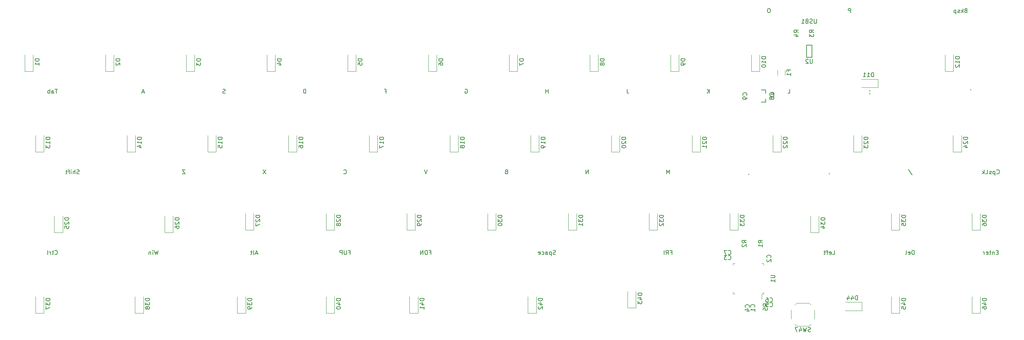
<source format=gbr>
G04 #@! TF.GenerationSoftware,KiCad,Pcbnew,(5.1.4)-1*
G04 #@! TF.CreationDate,2024-08-25T15:45:26-04:00*
G04 #@! TF.ProjectId,smolboi-pcb,736d6f6c-626f-4692-9d70-63622e6b6963,rev?*
G04 #@! TF.SameCoordinates,Original*
G04 #@! TF.FileFunction,Legend,Bot*
G04 #@! TF.FilePolarity,Positive*
%FSLAX46Y46*%
G04 Gerber Fmt 4.6, Leading zero omitted, Abs format (unit mm)*
G04 Created by KiCad (PCBNEW (5.1.4)-1) date 2024-08-25 15:45:26*
%MOMM*%
%LPD*%
G04 APERTURE LIST*
%ADD10C,0.120000*%
%ADD11C,0.127000*%
%ADD12C,0.150000*%
G04 APERTURE END LIST*
D10*
X349176000Y-110310000D02*
X349666000Y-110800000D01*
X346276000Y-110310000D02*
X349176000Y-110310000D01*
X346276000Y-110310000D02*
X345786000Y-110800000D01*
X346276000Y-115750000D02*
X349176000Y-115750000D01*
X346276000Y-115750000D02*
X345786000Y-115260000D01*
X350446000Y-111990000D02*
X350446000Y-114070000D01*
X349176000Y-115750000D02*
X349666000Y-115260000D01*
X345006000Y-111990000D02*
X345006000Y-114070000D01*
D11*
X339000000Y-62860500D02*
X337946000Y-62860500D01*
X339000000Y-62098500D02*
X339000000Y-62860500D01*
X339000000Y-59939500D02*
X339000000Y-60701500D01*
X337946000Y-59939500D02*
X339000000Y-59939500D01*
D12*
X348600000Y-49350000D02*
X348600000Y-52250000D01*
X348600000Y-49350000D02*
X349900000Y-49350000D01*
X349900000Y-49350000D02*
X349900000Y-52250000D01*
X349900000Y-52250000D02*
X348600000Y-52250000D01*
D10*
X331225500Y-101392750D02*
X331225500Y-100942750D01*
X331225500Y-100942750D02*
X331675500Y-100942750D01*
X331225500Y-107712750D02*
X331225500Y-108162750D01*
X331225500Y-108162750D02*
X331675500Y-108162750D01*
X338445500Y-101392750D02*
X338445500Y-100942750D01*
X338445500Y-100942750D02*
X337995500Y-100942750D01*
X338445500Y-107712750D02*
X338445500Y-108162750D01*
X338445500Y-108162750D02*
X337995500Y-108162750D01*
X337995500Y-108162750D02*
X337995500Y-109452750D01*
X341736000Y-56482064D02*
X341736000Y-55277936D01*
X343556000Y-56482064D02*
X343556000Y-55277936D01*
X389620000Y-112740000D02*
X389620000Y-108840000D01*
X387620000Y-112740000D02*
X387620000Y-108840000D01*
X389620000Y-112740000D02*
X387620000Y-112740000D01*
X370570000Y-112740000D02*
X370570000Y-108840000D01*
X368570000Y-112740000D02*
X368570000Y-108840000D01*
X370570000Y-112740000D02*
X368570000Y-112740000D01*
X361660000Y-110125000D02*
X357760000Y-110125000D01*
X361660000Y-112125000D02*
X357760000Y-112125000D01*
X361660000Y-110125000D02*
X361660000Y-112125000D01*
X308340000Y-111470000D02*
X308340000Y-107570000D01*
X306340000Y-111470000D02*
X306340000Y-107570000D01*
X308340000Y-111470000D02*
X306340000Y-111470000D01*
X284845000Y-112740000D02*
X284845000Y-108840000D01*
X282845000Y-112740000D02*
X282845000Y-108840000D01*
X284845000Y-112740000D02*
X282845000Y-112740000D01*
X256905000Y-112740000D02*
X256905000Y-108840000D01*
X254905000Y-112740000D02*
X254905000Y-108840000D01*
X256905000Y-112740000D02*
X254905000Y-112740000D01*
X237220000Y-112740000D02*
X237220000Y-108840000D01*
X235220000Y-112740000D02*
X235220000Y-108840000D01*
X237220000Y-112740000D02*
X235220000Y-112740000D01*
X216265000Y-112740000D02*
X216265000Y-108840000D01*
X214265000Y-112740000D02*
X214265000Y-108840000D01*
X216265000Y-112740000D02*
X214265000Y-112740000D01*
X192135000Y-112740000D02*
X192135000Y-108840000D01*
X190135000Y-112740000D02*
X190135000Y-108840000D01*
X192135000Y-112740000D02*
X190135000Y-112740000D01*
X168640000Y-112740000D02*
X168640000Y-108840000D01*
X166640000Y-112740000D02*
X166640000Y-108840000D01*
X168640000Y-112740000D02*
X166640000Y-112740000D01*
X389620000Y-93055000D02*
X389620000Y-89155000D01*
X387620000Y-93055000D02*
X387620000Y-89155000D01*
X389620000Y-93055000D02*
X387620000Y-93055000D01*
X370570000Y-93055000D02*
X370570000Y-89155000D01*
X368570000Y-93055000D02*
X368570000Y-89155000D01*
X370570000Y-93055000D02*
X368570000Y-93055000D01*
X351520000Y-93690000D02*
X351520000Y-89790000D01*
X349520000Y-93690000D02*
X349520000Y-89790000D01*
X351520000Y-93690000D02*
X349520000Y-93690000D01*
X332470000Y-93055000D02*
X332470000Y-89155000D01*
X330470000Y-93055000D02*
X330470000Y-89155000D01*
X332470000Y-93055000D02*
X330470000Y-93055000D01*
X313420000Y-93055000D02*
X313420000Y-89155000D01*
X311420000Y-93055000D02*
X311420000Y-89155000D01*
X313420000Y-93055000D02*
X311420000Y-93055000D01*
X294370000Y-93055000D02*
X294370000Y-89155000D01*
X292370000Y-93055000D02*
X292370000Y-89155000D01*
X294370000Y-93055000D02*
X292370000Y-93055000D01*
X275320000Y-93055000D02*
X275320000Y-89155000D01*
X273320000Y-93055000D02*
X273320000Y-89155000D01*
X275320000Y-93055000D02*
X273320000Y-93055000D01*
X256270000Y-93055000D02*
X256270000Y-89155000D01*
X254270000Y-93055000D02*
X254270000Y-89155000D01*
X256270000Y-93055000D02*
X254270000Y-93055000D01*
X237220000Y-93055000D02*
X237220000Y-89155000D01*
X235220000Y-93055000D02*
X235220000Y-89155000D01*
X237220000Y-93055000D02*
X235220000Y-93055000D01*
X218170000Y-93055000D02*
X218170000Y-89155000D01*
X216170000Y-93055000D02*
X216170000Y-89155000D01*
X218170000Y-93055000D02*
X216170000Y-93055000D01*
X199120000Y-93690000D02*
X199120000Y-89790000D01*
X197120000Y-93690000D02*
X197120000Y-89790000D01*
X199120000Y-93690000D02*
X197120000Y-93690000D01*
X173085000Y-93690000D02*
X173085000Y-89790000D01*
X171085000Y-93690000D02*
X171085000Y-89790000D01*
X173085000Y-93690000D02*
X171085000Y-93690000D01*
X385175000Y-74640000D02*
X385175000Y-70740000D01*
X383175000Y-74640000D02*
X383175000Y-70740000D01*
X385175000Y-74640000D02*
X383175000Y-74640000D01*
X361680000Y-74640000D02*
X361680000Y-70740000D01*
X359680000Y-74640000D02*
X359680000Y-70740000D01*
X361680000Y-74640000D02*
X359680000Y-74640000D01*
X342630000Y-74640000D02*
X342630000Y-70740000D01*
X340630000Y-74640000D02*
X340630000Y-70740000D01*
X342630000Y-74640000D02*
X340630000Y-74640000D01*
X323580000Y-74640000D02*
X323580000Y-70740000D01*
X321580000Y-74640000D02*
X321580000Y-70740000D01*
X323580000Y-74640000D02*
X321580000Y-74640000D01*
X304530000Y-74640000D02*
X304530000Y-70740000D01*
X302530000Y-74640000D02*
X302530000Y-70740000D01*
X304530000Y-74640000D02*
X302530000Y-74640000D01*
X285480000Y-74640000D02*
X285480000Y-70740000D01*
X283480000Y-74640000D02*
X283480000Y-70740000D01*
X285480000Y-74640000D02*
X283480000Y-74640000D01*
X266430000Y-74640000D02*
X266430000Y-70740000D01*
X264430000Y-74640000D02*
X264430000Y-70740000D01*
X266430000Y-74640000D02*
X264430000Y-74640000D01*
X247380000Y-74640000D02*
X247380000Y-70740000D01*
X245380000Y-74640000D02*
X245380000Y-70740000D01*
X247380000Y-74640000D02*
X245380000Y-74640000D01*
X228330000Y-74640000D02*
X228330000Y-70740000D01*
X226330000Y-74640000D02*
X226330000Y-70740000D01*
X228330000Y-74640000D02*
X226330000Y-74640000D01*
X209280000Y-74640000D02*
X209280000Y-70740000D01*
X207280000Y-74640000D02*
X207280000Y-70740000D01*
X209280000Y-74640000D02*
X207280000Y-74640000D01*
X190230000Y-74640000D02*
X190230000Y-70740000D01*
X188230000Y-74640000D02*
X188230000Y-70740000D01*
X190230000Y-74640000D02*
X188230000Y-74640000D01*
X168640000Y-74640000D02*
X168640000Y-70740000D01*
X166640000Y-74640000D02*
X166640000Y-70740000D01*
X168640000Y-74640000D02*
X166640000Y-74640000D01*
X383270000Y-55590000D02*
X383270000Y-51690000D01*
X381270000Y-55590000D02*
X381270000Y-51690000D01*
X383270000Y-55590000D02*
X381270000Y-55590000D01*
X365470000Y-57420000D02*
X361570000Y-57420000D01*
X365470000Y-59420000D02*
X361570000Y-59420000D01*
X365470000Y-57420000D02*
X365470000Y-59420000D01*
X337550000Y-55590000D02*
X337550000Y-51690000D01*
X335550000Y-55590000D02*
X335550000Y-51690000D01*
X337550000Y-55590000D02*
X335550000Y-55590000D01*
X318500000Y-55590000D02*
X318500000Y-51690000D01*
X316500000Y-55590000D02*
X316500000Y-51690000D01*
X318500000Y-55590000D02*
X316500000Y-55590000D01*
X299450000Y-55590000D02*
X299450000Y-51690000D01*
X297450000Y-55590000D02*
X297450000Y-51690000D01*
X299450000Y-55590000D02*
X297450000Y-55590000D01*
X280400000Y-55590000D02*
X280400000Y-51690000D01*
X278400000Y-55590000D02*
X278400000Y-51690000D01*
X280400000Y-55590000D02*
X278400000Y-55590000D01*
X261350000Y-55590000D02*
X261350000Y-51690000D01*
X259350000Y-55590000D02*
X259350000Y-51690000D01*
X261350000Y-55590000D02*
X259350000Y-55590000D01*
X242300000Y-55590000D02*
X242300000Y-51690000D01*
X240300000Y-55590000D02*
X240300000Y-51690000D01*
X242300000Y-55590000D02*
X240300000Y-55590000D01*
X223250000Y-55590000D02*
X223250000Y-51690000D01*
X221250000Y-55590000D02*
X221250000Y-51690000D01*
X223250000Y-55590000D02*
X221250000Y-55590000D01*
X204200000Y-55590000D02*
X204200000Y-51690000D01*
X202200000Y-55590000D02*
X202200000Y-51690000D01*
X204200000Y-55590000D02*
X202200000Y-55590000D01*
X185150000Y-55590000D02*
X185150000Y-51690000D01*
X183150000Y-55590000D02*
X183150000Y-51690000D01*
X185150000Y-55590000D02*
X183150000Y-55590000D01*
X166100000Y-55590000D02*
X166100000Y-51690000D01*
X164100000Y-55590000D02*
X164100000Y-51690000D01*
X166100000Y-55590000D02*
X164100000Y-55590000D01*
D12*
X349535523Y-117034761D02*
X349392666Y-117082380D01*
X349154571Y-117082380D01*
X349059333Y-117034761D01*
X349011714Y-116987142D01*
X348964095Y-116891904D01*
X348964095Y-116796666D01*
X349011714Y-116701428D01*
X349059333Y-116653809D01*
X349154571Y-116606190D01*
X349345047Y-116558571D01*
X349440285Y-116510952D01*
X349487904Y-116463333D01*
X349535523Y-116368095D01*
X349535523Y-116272857D01*
X349487904Y-116177619D01*
X349440285Y-116130000D01*
X349345047Y-116082380D01*
X349106952Y-116082380D01*
X348964095Y-116130000D01*
X348630761Y-116082380D02*
X348392666Y-117082380D01*
X348202190Y-116368095D01*
X348011714Y-117082380D01*
X347773619Y-116082380D01*
X346964095Y-116415714D02*
X346964095Y-117082380D01*
X347202190Y-116034761D02*
X347440285Y-116749047D01*
X346821238Y-116749047D01*
X346535523Y-116082380D02*
X345868857Y-116082380D01*
X346297428Y-117082380D01*
X344177976Y-60777380D02*
X344654166Y-60777380D01*
X344654166Y-59777380D01*
X289385119Y-98829761D02*
X289242261Y-98877380D01*
X289004166Y-98877380D01*
X288908928Y-98829761D01*
X288861309Y-98782142D01*
X288813690Y-98686904D01*
X288813690Y-98591666D01*
X288861309Y-98496428D01*
X288908928Y-98448809D01*
X289004166Y-98401190D01*
X289194642Y-98353571D01*
X289289880Y-98305952D01*
X289337500Y-98258333D01*
X289385119Y-98163095D01*
X289385119Y-98067857D01*
X289337500Y-97972619D01*
X289289880Y-97925000D01*
X289194642Y-97877380D01*
X288956547Y-97877380D01*
X288813690Y-97925000D01*
X288385119Y-98210714D02*
X288385119Y-99210714D01*
X288385119Y-98258333D02*
X288289880Y-98210714D01*
X288099404Y-98210714D01*
X288004166Y-98258333D01*
X287956547Y-98305952D01*
X287908928Y-98401190D01*
X287908928Y-98686904D01*
X287956547Y-98782142D01*
X288004166Y-98829761D01*
X288099404Y-98877380D01*
X288289880Y-98877380D01*
X288385119Y-98829761D01*
X287051785Y-98877380D02*
X287051785Y-98353571D01*
X287099404Y-98258333D01*
X287194642Y-98210714D01*
X287385119Y-98210714D01*
X287480357Y-98258333D01*
X287051785Y-98829761D02*
X287147023Y-98877380D01*
X287385119Y-98877380D01*
X287480357Y-98829761D01*
X287527976Y-98734523D01*
X287527976Y-98639285D01*
X287480357Y-98544047D01*
X287385119Y-98496428D01*
X287147023Y-98496428D01*
X287051785Y-98448809D01*
X286147023Y-98829761D02*
X286242261Y-98877380D01*
X286432738Y-98877380D01*
X286527976Y-98829761D01*
X286575595Y-98782142D01*
X286623214Y-98686904D01*
X286623214Y-98401190D01*
X286575595Y-98305952D01*
X286527976Y-98258333D01*
X286432738Y-98210714D01*
X286242261Y-98210714D01*
X286147023Y-98258333D01*
X285337500Y-98829761D02*
X285432738Y-98877380D01*
X285623214Y-98877380D01*
X285718452Y-98829761D01*
X285766071Y-98734523D01*
X285766071Y-98353571D01*
X285718452Y-98258333D01*
X285623214Y-98210714D01*
X285432738Y-98210714D01*
X285337500Y-98258333D01*
X285289880Y-98353571D01*
X285289880Y-98448809D01*
X285766071Y-98544047D01*
X219066964Y-98591666D02*
X218590773Y-98591666D01*
X219162202Y-98877380D02*
X218828869Y-97877380D01*
X218495535Y-98877380D01*
X218019345Y-98877380D02*
X218114583Y-98829761D01*
X218162202Y-98734523D01*
X218162202Y-97877380D01*
X217781250Y-98210714D02*
X217400297Y-98210714D01*
X217638392Y-97877380D02*
X217638392Y-98734523D01*
X217590773Y-98829761D01*
X217495535Y-98877380D01*
X217400297Y-98877380D01*
X195587797Y-97877380D02*
X195349702Y-98877380D01*
X195159226Y-98163095D01*
X194968750Y-98877380D01*
X194730654Y-97877380D01*
X194349702Y-98877380D02*
X194349702Y-98210714D01*
X194349702Y-97877380D02*
X194397321Y-97925000D01*
X194349702Y-97972619D01*
X194302083Y-97925000D01*
X194349702Y-97877380D01*
X194349702Y-97972619D01*
X193873511Y-98210714D02*
X193873511Y-98877380D01*
X193873511Y-98305952D02*
X193825892Y-98258333D01*
X193730654Y-98210714D01*
X193587797Y-98210714D01*
X193492559Y-98258333D01*
X193444940Y-98353571D01*
X193444940Y-98877380D01*
X171203869Y-98782142D02*
X171251488Y-98829761D01*
X171394345Y-98877380D01*
X171489583Y-98877380D01*
X171632440Y-98829761D01*
X171727678Y-98734523D01*
X171775297Y-98639285D01*
X171822916Y-98448809D01*
X171822916Y-98305952D01*
X171775297Y-98115476D01*
X171727678Y-98020238D01*
X171632440Y-97925000D01*
X171489583Y-97877380D01*
X171394345Y-97877380D01*
X171251488Y-97925000D01*
X171203869Y-97972619D01*
X170918154Y-98210714D02*
X170537202Y-98210714D01*
X170775297Y-97877380D02*
X170775297Y-98734523D01*
X170727678Y-98829761D01*
X170632440Y-98877380D01*
X170537202Y-98877380D01*
X170203869Y-98877380D02*
X170203869Y-98210714D01*
X170203869Y-98401190D02*
X170156250Y-98305952D01*
X170108630Y-98258333D01*
X170013392Y-98210714D01*
X169918154Y-98210714D01*
X169441964Y-98877380D02*
X169537202Y-98829761D01*
X169584821Y-98734523D01*
X169584821Y-97877380D01*
X176966369Y-79779761D02*
X176823511Y-79827380D01*
X176585416Y-79827380D01*
X176490178Y-79779761D01*
X176442559Y-79732142D01*
X176394940Y-79636904D01*
X176394940Y-79541666D01*
X176442559Y-79446428D01*
X176490178Y-79398809D01*
X176585416Y-79351190D01*
X176775892Y-79303571D01*
X176871130Y-79255952D01*
X176918750Y-79208333D01*
X176966369Y-79113095D01*
X176966369Y-79017857D01*
X176918750Y-78922619D01*
X176871130Y-78875000D01*
X176775892Y-78827380D01*
X176537797Y-78827380D01*
X176394940Y-78875000D01*
X175966369Y-79827380D02*
X175966369Y-78827380D01*
X175537797Y-79827380D02*
X175537797Y-79303571D01*
X175585416Y-79208333D01*
X175680654Y-79160714D01*
X175823511Y-79160714D01*
X175918750Y-79208333D01*
X175966369Y-79255952D01*
X175061607Y-79827380D02*
X175061607Y-79160714D01*
X175061607Y-78827380D02*
X175109226Y-78875000D01*
X175061607Y-78922619D01*
X175013988Y-78875000D01*
X175061607Y-78827380D01*
X175061607Y-78922619D01*
X174728273Y-79160714D02*
X174347321Y-79160714D01*
X174585416Y-79827380D02*
X174585416Y-78970238D01*
X174537797Y-78875000D01*
X174442559Y-78827380D01*
X174347321Y-78827380D01*
X174156845Y-79160714D02*
X173775892Y-79160714D01*
X174013988Y-78827380D02*
X174013988Y-79684523D01*
X173966369Y-79779761D01*
X173871130Y-79827380D01*
X173775892Y-79827380D01*
X387302380Y-59777380D02*
X387397619Y-59967857D01*
X171846726Y-59777380D02*
X171275297Y-59777380D01*
X171561011Y-60777380D02*
X171561011Y-59777380D01*
X170513392Y-60777380D02*
X170513392Y-60253571D01*
X170561011Y-60158333D01*
X170656250Y-60110714D01*
X170846726Y-60110714D01*
X170941964Y-60158333D01*
X170513392Y-60729761D02*
X170608630Y-60777380D01*
X170846726Y-60777380D01*
X170941964Y-60729761D01*
X170989583Y-60634523D01*
X170989583Y-60539285D01*
X170941964Y-60444047D01*
X170846726Y-60396428D01*
X170608630Y-60396428D01*
X170513392Y-60348809D01*
X170037202Y-60777380D02*
X170037202Y-59777380D01*
X170037202Y-60158333D02*
X169941964Y-60110714D01*
X169751488Y-60110714D01*
X169656250Y-60158333D01*
X169608630Y-60205952D01*
X169561011Y-60301190D01*
X169561011Y-60586904D01*
X169608630Y-60682142D01*
X169656250Y-60729761D01*
X169751488Y-60777380D01*
X169941964Y-60777380D01*
X170037202Y-60729761D01*
X386159226Y-41203571D02*
X386016369Y-41251190D01*
X385968750Y-41298809D01*
X385921130Y-41394047D01*
X385921130Y-41536904D01*
X385968750Y-41632142D01*
X386016369Y-41679761D01*
X386111607Y-41727380D01*
X386492559Y-41727380D01*
X386492559Y-40727380D01*
X386159226Y-40727380D01*
X386063988Y-40775000D01*
X386016369Y-40822619D01*
X385968750Y-40917857D01*
X385968750Y-41013095D01*
X386016369Y-41108333D01*
X386063988Y-41155952D01*
X386159226Y-41203571D01*
X386492559Y-41203571D01*
X385492559Y-41727380D02*
X385492559Y-40727380D01*
X385397321Y-41346428D02*
X385111607Y-41727380D01*
X385111607Y-41060714D02*
X385492559Y-41441666D01*
X384730654Y-41679761D02*
X384635416Y-41727380D01*
X384444940Y-41727380D01*
X384349702Y-41679761D01*
X384302083Y-41584523D01*
X384302083Y-41536904D01*
X384349702Y-41441666D01*
X384444940Y-41394047D01*
X384587797Y-41394047D01*
X384683035Y-41346428D01*
X384730654Y-41251190D01*
X384730654Y-41203571D01*
X384683035Y-41108333D01*
X384587797Y-41060714D01*
X384444940Y-41060714D01*
X384349702Y-41108333D01*
X383873511Y-41060714D02*
X383873511Y-42060714D01*
X383873511Y-41108333D02*
X383778273Y-41060714D01*
X383587797Y-41060714D01*
X383492559Y-41108333D01*
X383444940Y-41155952D01*
X383397321Y-41251190D01*
X383397321Y-41536904D01*
X383444940Y-41632142D01*
X383492559Y-41679761D01*
X383587797Y-41727380D01*
X383778273Y-41727380D01*
X383873511Y-41679761D01*
X220995833Y-78827380D02*
X220329166Y-79827380D01*
X220329166Y-78827380D02*
X220995833Y-79827380D01*
X259643452Y-98353571D02*
X259976785Y-98353571D01*
X259976785Y-98877380D02*
X259976785Y-97877380D01*
X259500595Y-97877380D01*
X259119642Y-98877380D02*
X259119642Y-97877380D01*
X258881547Y-97877380D01*
X258738690Y-97925000D01*
X258643452Y-98020238D01*
X258595833Y-98115476D01*
X258548214Y-98305952D01*
X258548214Y-98448809D01*
X258595833Y-98639285D01*
X258643452Y-98734523D01*
X258738690Y-98829761D01*
X258881547Y-98877380D01*
X259119642Y-98877380D01*
X258119642Y-98877380D02*
X258119642Y-97877380D01*
X257548214Y-98877380D01*
X257548214Y-97877380D01*
X393802976Y-98353571D02*
X393469642Y-98353571D01*
X393326785Y-98877380D02*
X393802976Y-98877380D01*
X393802976Y-97877380D01*
X393326785Y-97877380D01*
X392898214Y-98210714D02*
X392898214Y-98877380D01*
X392898214Y-98305952D02*
X392850595Y-98258333D01*
X392755357Y-98210714D01*
X392612500Y-98210714D01*
X392517261Y-98258333D01*
X392469642Y-98353571D01*
X392469642Y-98877380D01*
X392136309Y-98210714D02*
X391755357Y-98210714D01*
X391993452Y-97877380D02*
X391993452Y-98734523D01*
X391945833Y-98829761D01*
X391850595Y-98877380D01*
X391755357Y-98877380D01*
X391041071Y-98829761D02*
X391136309Y-98877380D01*
X391326785Y-98877380D01*
X391422023Y-98829761D01*
X391469642Y-98734523D01*
X391469642Y-98353571D01*
X391422023Y-98258333D01*
X391326785Y-98210714D01*
X391136309Y-98210714D01*
X391041071Y-98258333D01*
X390993452Y-98353571D01*
X390993452Y-98448809D01*
X391469642Y-98544047D01*
X390564880Y-98877380D02*
X390564880Y-98210714D01*
X390564880Y-98401190D02*
X390517261Y-98305952D01*
X390469642Y-98258333D01*
X390374404Y-98210714D01*
X390279166Y-98210714D01*
X374014880Y-98877380D02*
X374014880Y-97877380D01*
X373776785Y-97877380D01*
X373633928Y-97925000D01*
X373538690Y-98020238D01*
X373491071Y-98115476D01*
X373443452Y-98305952D01*
X373443452Y-98448809D01*
X373491071Y-98639285D01*
X373538690Y-98734523D01*
X373633928Y-98829761D01*
X373776785Y-98877380D01*
X374014880Y-98877380D01*
X372633928Y-98829761D02*
X372729166Y-98877380D01*
X372919642Y-98877380D01*
X373014880Y-98829761D01*
X373062500Y-98734523D01*
X373062500Y-98353571D01*
X373014880Y-98258333D01*
X372919642Y-98210714D01*
X372729166Y-98210714D01*
X372633928Y-98258333D01*
X372586309Y-98353571D01*
X372586309Y-98448809D01*
X373062500Y-98544047D01*
X372014880Y-98877380D02*
X372110119Y-98829761D01*
X372157738Y-98734523D01*
X372157738Y-97877380D01*
X354702976Y-98877380D02*
X355179166Y-98877380D01*
X355179166Y-97877380D01*
X353988690Y-98829761D02*
X354083928Y-98877380D01*
X354274404Y-98877380D01*
X354369642Y-98829761D01*
X354417261Y-98734523D01*
X354417261Y-98353571D01*
X354369642Y-98258333D01*
X354274404Y-98210714D01*
X354083928Y-98210714D01*
X353988690Y-98258333D01*
X353941071Y-98353571D01*
X353941071Y-98448809D01*
X354417261Y-98544047D01*
X353655357Y-98210714D02*
X353274404Y-98210714D01*
X353512500Y-98877380D02*
X353512500Y-98020238D01*
X353464880Y-97925000D01*
X353369642Y-97877380D01*
X353274404Y-97877380D01*
X353083928Y-98210714D02*
X352702976Y-98210714D01*
X352941071Y-97877380D02*
X352941071Y-98734523D01*
X352893452Y-98829761D01*
X352798214Y-98877380D01*
X352702976Y-98877380D01*
X316507738Y-98353571D02*
X316841071Y-98353571D01*
X316841071Y-98877380D02*
X316841071Y-97877380D01*
X316364880Y-97877380D01*
X315412500Y-98877380D02*
X315745833Y-98401190D01*
X315983928Y-98877380D02*
X315983928Y-97877380D01*
X315602976Y-97877380D01*
X315507738Y-97925000D01*
X315460119Y-97972619D01*
X315412500Y-98067857D01*
X315412500Y-98210714D01*
X315460119Y-98305952D01*
X315507738Y-98353571D01*
X315602976Y-98401190D01*
X315983928Y-98401190D01*
X314983928Y-98877380D02*
X314983928Y-97877380D01*
X240593452Y-98353571D02*
X240926785Y-98353571D01*
X240926785Y-98877380D02*
X240926785Y-97877380D01*
X240450595Y-97877380D01*
X240069642Y-97877380D02*
X240069642Y-98686904D01*
X240022023Y-98782142D01*
X239974404Y-98829761D01*
X239879166Y-98877380D01*
X239688690Y-98877380D01*
X239593452Y-98829761D01*
X239545833Y-98782142D01*
X239498214Y-98686904D01*
X239498214Y-97877380D01*
X239022023Y-98877380D02*
X239022023Y-97877380D01*
X238641071Y-97877380D01*
X238545833Y-97925000D01*
X238498214Y-97972619D01*
X238450595Y-98067857D01*
X238450595Y-98210714D01*
X238498214Y-98305952D01*
X238545833Y-98353571D01*
X238641071Y-98401190D01*
X239022023Y-98401190D01*
X393469642Y-79732142D02*
X393517261Y-79779761D01*
X393660119Y-79827380D01*
X393755357Y-79827380D01*
X393898214Y-79779761D01*
X393993452Y-79684523D01*
X394041071Y-79589285D01*
X394088690Y-79398809D01*
X394088690Y-79255952D01*
X394041071Y-79065476D01*
X393993452Y-78970238D01*
X393898214Y-78875000D01*
X393755357Y-78827380D01*
X393660119Y-78827380D01*
X393517261Y-78875000D01*
X393469642Y-78922619D01*
X393041071Y-79160714D02*
X393041071Y-80160714D01*
X393041071Y-79208333D02*
X392945833Y-79160714D01*
X392755357Y-79160714D01*
X392660119Y-79208333D01*
X392612500Y-79255952D01*
X392564880Y-79351190D01*
X392564880Y-79636904D01*
X392612500Y-79732142D01*
X392660119Y-79779761D01*
X392755357Y-79827380D01*
X392945833Y-79827380D01*
X393041071Y-79779761D01*
X392183928Y-79779761D02*
X392088690Y-79827380D01*
X391898214Y-79827380D01*
X391802976Y-79779761D01*
X391755357Y-79684523D01*
X391755357Y-79636904D01*
X391802976Y-79541666D01*
X391898214Y-79494047D01*
X392041071Y-79494047D01*
X392136309Y-79446428D01*
X392183928Y-79351190D01*
X392183928Y-79303571D01*
X392136309Y-79208333D01*
X392041071Y-79160714D01*
X391898214Y-79160714D01*
X391802976Y-79208333D01*
X390850595Y-79827380D02*
X391326785Y-79827380D01*
X391326785Y-78827380D01*
X390517261Y-79827380D02*
X390517261Y-78827380D01*
X390422023Y-79446428D02*
X390136309Y-79827380D01*
X390136309Y-79160714D02*
X390517261Y-79541666D01*
X372633928Y-78779761D02*
X373491071Y-80065476D01*
X354012500Y-79732142D02*
X353964880Y-79779761D01*
X354012500Y-79827380D01*
X354060119Y-79779761D01*
X354012500Y-79732142D01*
X354012500Y-79827380D01*
X334914880Y-79779761D02*
X334914880Y-79827380D01*
X334962500Y-79922619D01*
X335010119Y-79970238D01*
X316245833Y-79827380D02*
X316245833Y-78827380D01*
X315912500Y-79541666D01*
X315579166Y-78827380D01*
X315579166Y-79827380D01*
X297148214Y-79827380D02*
X297148214Y-78827380D01*
X296576785Y-79827380D01*
X296576785Y-78827380D01*
X277741071Y-79303571D02*
X277598214Y-79351190D01*
X277550595Y-79398809D01*
X277502976Y-79494047D01*
X277502976Y-79636904D01*
X277550595Y-79732142D01*
X277598214Y-79779761D01*
X277693452Y-79827380D01*
X278074404Y-79827380D01*
X278074404Y-78827380D01*
X277741071Y-78827380D01*
X277645833Y-78875000D01*
X277598214Y-78922619D01*
X277550595Y-79017857D01*
X277550595Y-79113095D01*
X277598214Y-79208333D01*
X277645833Y-79255952D01*
X277741071Y-79303571D01*
X278074404Y-79303571D01*
X259095833Y-78827380D02*
X258762500Y-79827380D01*
X258429166Y-78827380D01*
X239402976Y-79732142D02*
X239450595Y-79779761D01*
X239593452Y-79827380D01*
X239688690Y-79827380D01*
X239831547Y-79779761D01*
X239926785Y-79684523D01*
X239974404Y-79589285D01*
X240022023Y-79398809D01*
X240022023Y-79255952D01*
X239974404Y-79065476D01*
X239926785Y-78970238D01*
X239831547Y-78875000D01*
X239688690Y-78827380D01*
X239593452Y-78827380D01*
X239450595Y-78875000D01*
X239402976Y-78922619D01*
X201945833Y-78827380D02*
X201279166Y-78827380D01*
X201945833Y-79827380D01*
X201279166Y-79827380D01*
X363489880Y-60729761D02*
X363489880Y-60777380D01*
X363537500Y-60872619D01*
X363585119Y-60920238D01*
X363537500Y-60158333D02*
X363489880Y-60205952D01*
X363537500Y-60253571D01*
X363585119Y-60205952D01*
X363537500Y-60158333D01*
X363537500Y-60253571D01*
X325699404Y-60777380D02*
X325699404Y-59777380D01*
X325127976Y-60777380D02*
X325556547Y-60205952D01*
X325127976Y-59777380D02*
X325699404Y-60348809D01*
X306244642Y-59777380D02*
X306244642Y-60491666D01*
X306292261Y-60634523D01*
X306387500Y-60729761D01*
X306530357Y-60777380D01*
X306625595Y-60777380D01*
X287623214Y-60777380D02*
X287623214Y-59777380D01*
X287623214Y-60253571D02*
X287051785Y-60253571D01*
X287051785Y-60777380D02*
X287051785Y-59777380D01*
X268025595Y-59825000D02*
X268120833Y-59777380D01*
X268263690Y-59777380D01*
X268406547Y-59825000D01*
X268501785Y-59920238D01*
X268549404Y-60015476D01*
X268597023Y-60205952D01*
X268597023Y-60348809D01*
X268549404Y-60539285D01*
X268501785Y-60634523D01*
X268406547Y-60729761D01*
X268263690Y-60777380D01*
X268168452Y-60777380D01*
X268025595Y-60729761D01*
X267977976Y-60682142D01*
X267977976Y-60348809D01*
X268168452Y-60348809D01*
X249094642Y-60253571D02*
X249427976Y-60253571D01*
X249427976Y-60777380D02*
X249427976Y-59777380D01*
X248951785Y-59777380D01*
X230449404Y-60777380D02*
X230449404Y-59777380D01*
X230211309Y-59777380D01*
X230068452Y-59825000D01*
X229973214Y-59920238D01*
X229925595Y-60015476D01*
X229877976Y-60205952D01*
X229877976Y-60348809D01*
X229925595Y-60539285D01*
X229973214Y-60634523D01*
X230068452Y-60729761D01*
X230211309Y-60777380D01*
X230449404Y-60777380D01*
X211423214Y-60729761D02*
X211280357Y-60777380D01*
X211042261Y-60777380D01*
X210947023Y-60729761D01*
X210899404Y-60682142D01*
X210851785Y-60586904D01*
X210851785Y-60491666D01*
X210899404Y-60396428D01*
X210947023Y-60348809D01*
X211042261Y-60301190D01*
X211232738Y-60253571D01*
X211327976Y-60205952D01*
X211375595Y-60158333D01*
X211423214Y-60063095D01*
X211423214Y-59967857D01*
X211375595Y-59872619D01*
X211327976Y-59825000D01*
X211232738Y-59777380D01*
X210994642Y-59777380D01*
X210851785Y-59825000D01*
X192325595Y-60491666D02*
X191849404Y-60491666D01*
X192420833Y-60777380D02*
X192087500Y-59777380D01*
X191754166Y-60777380D01*
X359036904Y-41727380D02*
X359036904Y-40727380D01*
X358655952Y-40727380D01*
X358560714Y-40775000D01*
X358513095Y-40822619D01*
X358465476Y-40917857D01*
X358465476Y-41060714D01*
X358513095Y-41155952D01*
X358560714Y-41203571D01*
X358655952Y-41251190D01*
X359036904Y-41251190D01*
X339820238Y-40727380D02*
X339629761Y-40727380D01*
X339534523Y-40775000D01*
X339439285Y-40870238D01*
X339391666Y-41060714D01*
X339391666Y-41394047D01*
X339439285Y-41584523D01*
X339534523Y-41679761D01*
X339629761Y-41727380D01*
X339820238Y-41727380D01*
X339915476Y-41679761D01*
X340010714Y-41584523D01*
X340058333Y-41394047D01*
X340058333Y-41060714D01*
X340010714Y-40870238D01*
X339915476Y-40775000D01*
X339820238Y-40727380D01*
X350988095Y-43246380D02*
X350988095Y-44055904D01*
X350940476Y-44151142D01*
X350892857Y-44198761D01*
X350797619Y-44246380D01*
X350607142Y-44246380D01*
X350511904Y-44198761D01*
X350464285Y-44151142D01*
X350416666Y-44055904D01*
X350416666Y-43246380D01*
X349988095Y-44198761D02*
X349845238Y-44246380D01*
X349607142Y-44246380D01*
X349511904Y-44198761D01*
X349464285Y-44151142D01*
X349416666Y-44055904D01*
X349416666Y-43960666D01*
X349464285Y-43865428D01*
X349511904Y-43817809D01*
X349607142Y-43770190D01*
X349797619Y-43722571D01*
X349892857Y-43674952D01*
X349940476Y-43627333D01*
X349988095Y-43532095D01*
X349988095Y-43436857D01*
X349940476Y-43341619D01*
X349892857Y-43294000D01*
X349797619Y-43246380D01*
X349559523Y-43246380D01*
X349416666Y-43294000D01*
X348654761Y-43722571D02*
X348511904Y-43770190D01*
X348464285Y-43817809D01*
X348416666Y-43913047D01*
X348416666Y-44055904D01*
X348464285Y-44151142D01*
X348511904Y-44198761D01*
X348607142Y-44246380D01*
X348988095Y-44246380D01*
X348988095Y-43246380D01*
X348654761Y-43246380D01*
X348559523Y-43294000D01*
X348511904Y-43341619D01*
X348464285Y-43436857D01*
X348464285Y-43532095D01*
X348511904Y-43627333D01*
X348559523Y-43674952D01*
X348654761Y-43722571D01*
X348988095Y-43722571D01*
X347464285Y-44246380D02*
X348035714Y-44246380D01*
X347750000Y-44246380D02*
X347750000Y-43246380D01*
X347845238Y-43389238D01*
X347940476Y-43484476D01*
X348035714Y-43532095D01*
X340169727Y-60547628D02*
X340737420Y-60547628D01*
X340804207Y-60581022D01*
X340837601Y-60614415D01*
X340870994Y-60681203D01*
X340870994Y-60814777D01*
X340837601Y-60881565D01*
X340804207Y-60914958D01*
X340737420Y-60948352D01*
X340169727Y-60948352D01*
X340169727Y-61215501D02*
X340169727Y-61649619D01*
X340436877Y-61415863D01*
X340436877Y-61516044D01*
X340470270Y-61582832D01*
X340503664Y-61616225D01*
X340570451Y-61649619D01*
X340737420Y-61649619D01*
X340804207Y-61616225D01*
X340837601Y-61582832D01*
X340870994Y-61516044D01*
X340870994Y-61315682D01*
X340837601Y-61248895D01*
X340804207Y-61215501D01*
X350011904Y-52702380D02*
X350011904Y-53511904D01*
X349964285Y-53607142D01*
X349916666Y-53654761D01*
X349821428Y-53702380D01*
X349630952Y-53702380D01*
X349535714Y-53654761D01*
X349488095Y-53607142D01*
X349440476Y-53511904D01*
X349440476Y-52702380D01*
X349011904Y-52797619D02*
X348964285Y-52750000D01*
X348869047Y-52702380D01*
X348630952Y-52702380D01*
X348535714Y-52750000D01*
X348488095Y-52797619D01*
X348440476Y-52892857D01*
X348440476Y-52988095D01*
X348488095Y-53130952D01*
X349059523Y-53702380D01*
X348440476Y-53702380D01*
X340137880Y-103790845D02*
X340947404Y-103790845D01*
X341042642Y-103838464D01*
X341090261Y-103886083D01*
X341137880Y-103981321D01*
X341137880Y-104171797D01*
X341090261Y-104267035D01*
X341042642Y-104314654D01*
X340947404Y-104362273D01*
X340137880Y-104362273D01*
X341137880Y-105362273D02*
X341137880Y-104790845D01*
X341137880Y-105076559D02*
X340137880Y-105076559D01*
X340280738Y-104981321D01*
X340375976Y-104886083D01*
X340423595Y-104790845D01*
X339388380Y-111085333D02*
X338912190Y-110752000D01*
X339388380Y-110513904D02*
X338388380Y-110513904D01*
X338388380Y-110894857D01*
X338436000Y-110990095D01*
X338483619Y-111037714D01*
X338578857Y-111085333D01*
X338721714Y-111085333D01*
X338816952Y-111037714D01*
X338864571Y-110990095D01*
X338912190Y-110894857D01*
X338912190Y-110513904D01*
X338388380Y-111990095D02*
X338388380Y-111513904D01*
X338864571Y-111466285D01*
X338816952Y-111513904D01*
X338769333Y-111609142D01*
X338769333Y-111847238D01*
X338816952Y-111942476D01*
X338864571Y-111990095D01*
X338959809Y-112037714D01*
X339197904Y-112037714D01*
X339293142Y-111990095D01*
X339340761Y-111942476D01*
X339388380Y-111847238D01*
X339388380Y-111609142D01*
X339340761Y-111513904D01*
X339293142Y-111466285D01*
X346682380Y-46433333D02*
X346206190Y-46100000D01*
X346682380Y-45861904D02*
X345682380Y-45861904D01*
X345682380Y-46242857D01*
X345730000Y-46338095D01*
X345777619Y-46385714D01*
X345872857Y-46433333D01*
X346015714Y-46433333D01*
X346110952Y-46385714D01*
X346158571Y-46338095D01*
X346206190Y-46242857D01*
X346206190Y-45861904D01*
X346015714Y-47290476D02*
X346682380Y-47290476D01*
X345634761Y-47052380D02*
X346349047Y-46814285D01*
X346349047Y-47433333D01*
X350282380Y-46433333D02*
X349806190Y-46100000D01*
X350282380Y-45861904D02*
X349282380Y-45861904D01*
X349282380Y-46242857D01*
X349330000Y-46338095D01*
X349377619Y-46385714D01*
X349472857Y-46433333D01*
X349615714Y-46433333D01*
X349710952Y-46385714D01*
X349758571Y-46338095D01*
X349806190Y-46242857D01*
X349806190Y-45861904D01*
X349282380Y-46766666D02*
X349282380Y-47385714D01*
X349663333Y-47052380D01*
X349663333Y-47195238D01*
X349710952Y-47290476D01*
X349758571Y-47338095D01*
X349853809Y-47385714D01*
X350091904Y-47385714D01*
X350187142Y-47338095D01*
X350234761Y-47290476D01*
X350282380Y-47195238D01*
X350282380Y-46909523D01*
X350234761Y-46814285D01*
X350187142Y-46766666D01*
X334371880Y-96099333D02*
X333895690Y-95766000D01*
X334371880Y-95527904D02*
X333371880Y-95527904D01*
X333371880Y-95908857D01*
X333419500Y-96004095D01*
X333467119Y-96051714D01*
X333562357Y-96099333D01*
X333705214Y-96099333D01*
X333800452Y-96051714D01*
X333848071Y-96004095D01*
X333895690Y-95908857D01*
X333895690Y-95527904D01*
X333467119Y-96480285D02*
X333419500Y-96527904D01*
X333371880Y-96623142D01*
X333371880Y-96861238D01*
X333419500Y-96956476D01*
X333467119Y-97004095D01*
X333562357Y-97051714D01*
X333657595Y-97051714D01*
X333800452Y-97004095D01*
X334371880Y-96432666D01*
X334371880Y-97051714D01*
X338235880Y-96099333D02*
X337759690Y-95766000D01*
X338235880Y-95527904D02*
X337235880Y-95527904D01*
X337235880Y-95908857D01*
X337283500Y-96004095D01*
X337331119Y-96051714D01*
X337426357Y-96099333D01*
X337569214Y-96099333D01*
X337664452Y-96051714D01*
X337712071Y-96004095D01*
X337759690Y-95908857D01*
X337759690Y-95527904D01*
X338235880Y-97051714D02*
X338235880Y-96480285D01*
X338235880Y-96766000D02*
X337235880Y-96766000D01*
X337378738Y-96670761D01*
X337473976Y-96575523D01*
X337521595Y-96480285D01*
X344394571Y-55546666D02*
X344394571Y-55213333D01*
X344918380Y-55213333D02*
X343918380Y-55213333D01*
X343918380Y-55689523D01*
X344918380Y-56594285D02*
X344918380Y-56022857D01*
X344918380Y-56308571D02*
X343918380Y-56308571D01*
X344061238Y-56213333D01*
X344156476Y-56118095D01*
X344204095Y-56022857D01*
X391072380Y-109275714D02*
X390072380Y-109275714D01*
X390072380Y-109513809D01*
X390120000Y-109656666D01*
X390215238Y-109751904D01*
X390310476Y-109799523D01*
X390500952Y-109847142D01*
X390643809Y-109847142D01*
X390834285Y-109799523D01*
X390929523Y-109751904D01*
X391024761Y-109656666D01*
X391072380Y-109513809D01*
X391072380Y-109275714D01*
X390405714Y-110704285D02*
X391072380Y-110704285D01*
X390024761Y-110466190D02*
X390739047Y-110228095D01*
X390739047Y-110847142D01*
X390072380Y-111656666D02*
X390072380Y-111466190D01*
X390120000Y-111370952D01*
X390167619Y-111323333D01*
X390310476Y-111228095D01*
X390500952Y-111180476D01*
X390881904Y-111180476D01*
X390977142Y-111228095D01*
X391024761Y-111275714D01*
X391072380Y-111370952D01*
X391072380Y-111561428D01*
X391024761Y-111656666D01*
X390977142Y-111704285D01*
X390881904Y-111751904D01*
X390643809Y-111751904D01*
X390548571Y-111704285D01*
X390500952Y-111656666D01*
X390453333Y-111561428D01*
X390453333Y-111370952D01*
X390500952Y-111275714D01*
X390548571Y-111228095D01*
X390643809Y-111180476D01*
X372022380Y-109275714D02*
X371022380Y-109275714D01*
X371022380Y-109513809D01*
X371070000Y-109656666D01*
X371165238Y-109751904D01*
X371260476Y-109799523D01*
X371450952Y-109847142D01*
X371593809Y-109847142D01*
X371784285Y-109799523D01*
X371879523Y-109751904D01*
X371974761Y-109656666D01*
X372022380Y-109513809D01*
X372022380Y-109275714D01*
X371355714Y-110704285D02*
X372022380Y-110704285D01*
X370974761Y-110466190D02*
X371689047Y-110228095D01*
X371689047Y-110847142D01*
X371022380Y-111704285D02*
X371022380Y-111228095D01*
X371498571Y-111180476D01*
X371450952Y-111228095D01*
X371403333Y-111323333D01*
X371403333Y-111561428D01*
X371450952Y-111656666D01*
X371498571Y-111704285D01*
X371593809Y-111751904D01*
X371831904Y-111751904D01*
X371927142Y-111704285D01*
X371974761Y-111656666D01*
X372022380Y-111561428D01*
X372022380Y-111323333D01*
X371974761Y-111228095D01*
X371927142Y-111180476D01*
X360624285Y-109577380D02*
X360624285Y-108577380D01*
X360386190Y-108577380D01*
X360243333Y-108625000D01*
X360148095Y-108720238D01*
X360100476Y-108815476D01*
X360052857Y-109005952D01*
X360052857Y-109148809D01*
X360100476Y-109339285D01*
X360148095Y-109434523D01*
X360243333Y-109529761D01*
X360386190Y-109577380D01*
X360624285Y-109577380D01*
X359195714Y-108910714D02*
X359195714Y-109577380D01*
X359433809Y-108529761D02*
X359671904Y-109244047D01*
X359052857Y-109244047D01*
X358243333Y-108910714D02*
X358243333Y-109577380D01*
X358481428Y-108529761D02*
X358719523Y-109244047D01*
X358100476Y-109244047D01*
X309792380Y-108005714D02*
X308792380Y-108005714D01*
X308792380Y-108243809D01*
X308840000Y-108386666D01*
X308935238Y-108481904D01*
X309030476Y-108529523D01*
X309220952Y-108577142D01*
X309363809Y-108577142D01*
X309554285Y-108529523D01*
X309649523Y-108481904D01*
X309744761Y-108386666D01*
X309792380Y-108243809D01*
X309792380Y-108005714D01*
X309125714Y-109434285D02*
X309792380Y-109434285D01*
X308744761Y-109196190D02*
X309459047Y-108958095D01*
X309459047Y-109577142D01*
X308792380Y-109862857D02*
X308792380Y-110481904D01*
X309173333Y-110148571D01*
X309173333Y-110291428D01*
X309220952Y-110386666D01*
X309268571Y-110434285D01*
X309363809Y-110481904D01*
X309601904Y-110481904D01*
X309697142Y-110434285D01*
X309744761Y-110386666D01*
X309792380Y-110291428D01*
X309792380Y-110005714D01*
X309744761Y-109910476D01*
X309697142Y-109862857D01*
X286297380Y-109275714D02*
X285297380Y-109275714D01*
X285297380Y-109513809D01*
X285345000Y-109656666D01*
X285440238Y-109751904D01*
X285535476Y-109799523D01*
X285725952Y-109847142D01*
X285868809Y-109847142D01*
X286059285Y-109799523D01*
X286154523Y-109751904D01*
X286249761Y-109656666D01*
X286297380Y-109513809D01*
X286297380Y-109275714D01*
X285630714Y-110704285D02*
X286297380Y-110704285D01*
X285249761Y-110466190D02*
X285964047Y-110228095D01*
X285964047Y-110847142D01*
X285392619Y-111180476D02*
X285345000Y-111228095D01*
X285297380Y-111323333D01*
X285297380Y-111561428D01*
X285345000Y-111656666D01*
X285392619Y-111704285D01*
X285487857Y-111751904D01*
X285583095Y-111751904D01*
X285725952Y-111704285D01*
X286297380Y-111132857D01*
X286297380Y-111751904D01*
X258357380Y-109275714D02*
X257357380Y-109275714D01*
X257357380Y-109513809D01*
X257405000Y-109656666D01*
X257500238Y-109751904D01*
X257595476Y-109799523D01*
X257785952Y-109847142D01*
X257928809Y-109847142D01*
X258119285Y-109799523D01*
X258214523Y-109751904D01*
X258309761Y-109656666D01*
X258357380Y-109513809D01*
X258357380Y-109275714D01*
X257690714Y-110704285D02*
X258357380Y-110704285D01*
X257309761Y-110466190D02*
X258024047Y-110228095D01*
X258024047Y-110847142D01*
X258357380Y-111751904D02*
X258357380Y-111180476D01*
X258357380Y-111466190D02*
X257357380Y-111466190D01*
X257500238Y-111370952D01*
X257595476Y-111275714D01*
X257643095Y-111180476D01*
X238672380Y-109275714D02*
X237672380Y-109275714D01*
X237672380Y-109513809D01*
X237720000Y-109656666D01*
X237815238Y-109751904D01*
X237910476Y-109799523D01*
X238100952Y-109847142D01*
X238243809Y-109847142D01*
X238434285Y-109799523D01*
X238529523Y-109751904D01*
X238624761Y-109656666D01*
X238672380Y-109513809D01*
X238672380Y-109275714D01*
X238005714Y-110704285D02*
X238672380Y-110704285D01*
X237624761Y-110466190D02*
X238339047Y-110228095D01*
X238339047Y-110847142D01*
X237672380Y-111418571D02*
X237672380Y-111513809D01*
X237720000Y-111609047D01*
X237767619Y-111656666D01*
X237862857Y-111704285D01*
X238053333Y-111751904D01*
X238291428Y-111751904D01*
X238481904Y-111704285D01*
X238577142Y-111656666D01*
X238624761Y-111609047D01*
X238672380Y-111513809D01*
X238672380Y-111418571D01*
X238624761Y-111323333D01*
X238577142Y-111275714D01*
X238481904Y-111228095D01*
X238291428Y-111180476D01*
X238053333Y-111180476D01*
X237862857Y-111228095D01*
X237767619Y-111275714D01*
X237720000Y-111323333D01*
X237672380Y-111418571D01*
X217717380Y-109275714D02*
X216717380Y-109275714D01*
X216717380Y-109513809D01*
X216765000Y-109656666D01*
X216860238Y-109751904D01*
X216955476Y-109799523D01*
X217145952Y-109847142D01*
X217288809Y-109847142D01*
X217479285Y-109799523D01*
X217574523Y-109751904D01*
X217669761Y-109656666D01*
X217717380Y-109513809D01*
X217717380Y-109275714D01*
X216717380Y-110180476D02*
X216717380Y-110799523D01*
X217098333Y-110466190D01*
X217098333Y-110609047D01*
X217145952Y-110704285D01*
X217193571Y-110751904D01*
X217288809Y-110799523D01*
X217526904Y-110799523D01*
X217622142Y-110751904D01*
X217669761Y-110704285D01*
X217717380Y-110609047D01*
X217717380Y-110323333D01*
X217669761Y-110228095D01*
X217622142Y-110180476D01*
X217717380Y-111275714D02*
X217717380Y-111466190D01*
X217669761Y-111561428D01*
X217622142Y-111609047D01*
X217479285Y-111704285D01*
X217288809Y-111751904D01*
X216907857Y-111751904D01*
X216812619Y-111704285D01*
X216765000Y-111656666D01*
X216717380Y-111561428D01*
X216717380Y-111370952D01*
X216765000Y-111275714D01*
X216812619Y-111228095D01*
X216907857Y-111180476D01*
X217145952Y-111180476D01*
X217241190Y-111228095D01*
X217288809Y-111275714D01*
X217336428Y-111370952D01*
X217336428Y-111561428D01*
X217288809Y-111656666D01*
X217241190Y-111704285D01*
X217145952Y-111751904D01*
X193587380Y-109275714D02*
X192587380Y-109275714D01*
X192587380Y-109513809D01*
X192635000Y-109656666D01*
X192730238Y-109751904D01*
X192825476Y-109799523D01*
X193015952Y-109847142D01*
X193158809Y-109847142D01*
X193349285Y-109799523D01*
X193444523Y-109751904D01*
X193539761Y-109656666D01*
X193587380Y-109513809D01*
X193587380Y-109275714D01*
X192587380Y-110180476D02*
X192587380Y-110799523D01*
X192968333Y-110466190D01*
X192968333Y-110609047D01*
X193015952Y-110704285D01*
X193063571Y-110751904D01*
X193158809Y-110799523D01*
X193396904Y-110799523D01*
X193492142Y-110751904D01*
X193539761Y-110704285D01*
X193587380Y-110609047D01*
X193587380Y-110323333D01*
X193539761Y-110228095D01*
X193492142Y-110180476D01*
X193015952Y-111370952D02*
X192968333Y-111275714D01*
X192920714Y-111228095D01*
X192825476Y-111180476D01*
X192777857Y-111180476D01*
X192682619Y-111228095D01*
X192635000Y-111275714D01*
X192587380Y-111370952D01*
X192587380Y-111561428D01*
X192635000Y-111656666D01*
X192682619Y-111704285D01*
X192777857Y-111751904D01*
X192825476Y-111751904D01*
X192920714Y-111704285D01*
X192968333Y-111656666D01*
X193015952Y-111561428D01*
X193015952Y-111370952D01*
X193063571Y-111275714D01*
X193111190Y-111228095D01*
X193206428Y-111180476D01*
X193396904Y-111180476D01*
X193492142Y-111228095D01*
X193539761Y-111275714D01*
X193587380Y-111370952D01*
X193587380Y-111561428D01*
X193539761Y-111656666D01*
X193492142Y-111704285D01*
X193396904Y-111751904D01*
X193206428Y-111751904D01*
X193111190Y-111704285D01*
X193063571Y-111656666D01*
X193015952Y-111561428D01*
X170092380Y-109275714D02*
X169092380Y-109275714D01*
X169092380Y-109513809D01*
X169140000Y-109656666D01*
X169235238Y-109751904D01*
X169330476Y-109799523D01*
X169520952Y-109847142D01*
X169663809Y-109847142D01*
X169854285Y-109799523D01*
X169949523Y-109751904D01*
X170044761Y-109656666D01*
X170092380Y-109513809D01*
X170092380Y-109275714D01*
X169092380Y-110180476D02*
X169092380Y-110799523D01*
X169473333Y-110466190D01*
X169473333Y-110609047D01*
X169520952Y-110704285D01*
X169568571Y-110751904D01*
X169663809Y-110799523D01*
X169901904Y-110799523D01*
X169997142Y-110751904D01*
X170044761Y-110704285D01*
X170092380Y-110609047D01*
X170092380Y-110323333D01*
X170044761Y-110228095D01*
X169997142Y-110180476D01*
X169092380Y-111132857D02*
X169092380Y-111799523D01*
X170092380Y-111370952D01*
X391072380Y-89590714D02*
X390072380Y-89590714D01*
X390072380Y-89828809D01*
X390120000Y-89971666D01*
X390215238Y-90066904D01*
X390310476Y-90114523D01*
X390500952Y-90162142D01*
X390643809Y-90162142D01*
X390834285Y-90114523D01*
X390929523Y-90066904D01*
X391024761Y-89971666D01*
X391072380Y-89828809D01*
X391072380Y-89590714D01*
X390072380Y-90495476D02*
X390072380Y-91114523D01*
X390453333Y-90781190D01*
X390453333Y-90924047D01*
X390500952Y-91019285D01*
X390548571Y-91066904D01*
X390643809Y-91114523D01*
X390881904Y-91114523D01*
X390977142Y-91066904D01*
X391024761Y-91019285D01*
X391072380Y-90924047D01*
X391072380Y-90638333D01*
X391024761Y-90543095D01*
X390977142Y-90495476D01*
X390072380Y-91971666D02*
X390072380Y-91781190D01*
X390120000Y-91685952D01*
X390167619Y-91638333D01*
X390310476Y-91543095D01*
X390500952Y-91495476D01*
X390881904Y-91495476D01*
X390977142Y-91543095D01*
X391024761Y-91590714D01*
X391072380Y-91685952D01*
X391072380Y-91876428D01*
X391024761Y-91971666D01*
X390977142Y-92019285D01*
X390881904Y-92066904D01*
X390643809Y-92066904D01*
X390548571Y-92019285D01*
X390500952Y-91971666D01*
X390453333Y-91876428D01*
X390453333Y-91685952D01*
X390500952Y-91590714D01*
X390548571Y-91543095D01*
X390643809Y-91495476D01*
X372022380Y-89590714D02*
X371022380Y-89590714D01*
X371022380Y-89828809D01*
X371070000Y-89971666D01*
X371165238Y-90066904D01*
X371260476Y-90114523D01*
X371450952Y-90162142D01*
X371593809Y-90162142D01*
X371784285Y-90114523D01*
X371879523Y-90066904D01*
X371974761Y-89971666D01*
X372022380Y-89828809D01*
X372022380Y-89590714D01*
X371022380Y-90495476D02*
X371022380Y-91114523D01*
X371403333Y-90781190D01*
X371403333Y-90924047D01*
X371450952Y-91019285D01*
X371498571Y-91066904D01*
X371593809Y-91114523D01*
X371831904Y-91114523D01*
X371927142Y-91066904D01*
X371974761Y-91019285D01*
X372022380Y-90924047D01*
X372022380Y-90638333D01*
X371974761Y-90543095D01*
X371927142Y-90495476D01*
X371022380Y-92019285D02*
X371022380Y-91543095D01*
X371498571Y-91495476D01*
X371450952Y-91543095D01*
X371403333Y-91638333D01*
X371403333Y-91876428D01*
X371450952Y-91971666D01*
X371498571Y-92019285D01*
X371593809Y-92066904D01*
X371831904Y-92066904D01*
X371927142Y-92019285D01*
X371974761Y-91971666D01*
X372022380Y-91876428D01*
X372022380Y-91638333D01*
X371974761Y-91543095D01*
X371927142Y-91495476D01*
X352972380Y-90225714D02*
X351972380Y-90225714D01*
X351972380Y-90463809D01*
X352020000Y-90606666D01*
X352115238Y-90701904D01*
X352210476Y-90749523D01*
X352400952Y-90797142D01*
X352543809Y-90797142D01*
X352734285Y-90749523D01*
X352829523Y-90701904D01*
X352924761Y-90606666D01*
X352972380Y-90463809D01*
X352972380Y-90225714D01*
X351972380Y-91130476D02*
X351972380Y-91749523D01*
X352353333Y-91416190D01*
X352353333Y-91559047D01*
X352400952Y-91654285D01*
X352448571Y-91701904D01*
X352543809Y-91749523D01*
X352781904Y-91749523D01*
X352877142Y-91701904D01*
X352924761Y-91654285D01*
X352972380Y-91559047D01*
X352972380Y-91273333D01*
X352924761Y-91178095D01*
X352877142Y-91130476D01*
X352305714Y-92606666D02*
X352972380Y-92606666D01*
X351924761Y-92368571D02*
X352639047Y-92130476D01*
X352639047Y-92749523D01*
X333922380Y-89590714D02*
X332922380Y-89590714D01*
X332922380Y-89828809D01*
X332970000Y-89971666D01*
X333065238Y-90066904D01*
X333160476Y-90114523D01*
X333350952Y-90162142D01*
X333493809Y-90162142D01*
X333684285Y-90114523D01*
X333779523Y-90066904D01*
X333874761Y-89971666D01*
X333922380Y-89828809D01*
X333922380Y-89590714D01*
X332922380Y-90495476D02*
X332922380Y-91114523D01*
X333303333Y-90781190D01*
X333303333Y-90924047D01*
X333350952Y-91019285D01*
X333398571Y-91066904D01*
X333493809Y-91114523D01*
X333731904Y-91114523D01*
X333827142Y-91066904D01*
X333874761Y-91019285D01*
X333922380Y-90924047D01*
X333922380Y-90638333D01*
X333874761Y-90543095D01*
X333827142Y-90495476D01*
X332922380Y-91447857D02*
X332922380Y-92066904D01*
X333303333Y-91733571D01*
X333303333Y-91876428D01*
X333350952Y-91971666D01*
X333398571Y-92019285D01*
X333493809Y-92066904D01*
X333731904Y-92066904D01*
X333827142Y-92019285D01*
X333874761Y-91971666D01*
X333922380Y-91876428D01*
X333922380Y-91590714D01*
X333874761Y-91495476D01*
X333827142Y-91447857D01*
X314872380Y-89590714D02*
X313872380Y-89590714D01*
X313872380Y-89828809D01*
X313920000Y-89971666D01*
X314015238Y-90066904D01*
X314110476Y-90114523D01*
X314300952Y-90162142D01*
X314443809Y-90162142D01*
X314634285Y-90114523D01*
X314729523Y-90066904D01*
X314824761Y-89971666D01*
X314872380Y-89828809D01*
X314872380Y-89590714D01*
X313872380Y-90495476D02*
X313872380Y-91114523D01*
X314253333Y-90781190D01*
X314253333Y-90924047D01*
X314300952Y-91019285D01*
X314348571Y-91066904D01*
X314443809Y-91114523D01*
X314681904Y-91114523D01*
X314777142Y-91066904D01*
X314824761Y-91019285D01*
X314872380Y-90924047D01*
X314872380Y-90638333D01*
X314824761Y-90543095D01*
X314777142Y-90495476D01*
X313967619Y-91495476D02*
X313920000Y-91543095D01*
X313872380Y-91638333D01*
X313872380Y-91876428D01*
X313920000Y-91971666D01*
X313967619Y-92019285D01*
X314062857Y-92066904D01*
X314158095Y-92066904D01*
X314300952Y-92019285D01*
X314872380Y-91447857D01*
X314872380Y-92066904D01*
X295822380Y-89590714D02*
X294822380Y-89590714D01*
X294822380Y-89828809D01*
X294870000Y-89971666D01*
X294965238Y-90066904D01*
X295060476Y-90114523D01*
X295250952Y-90162142D01*
X295393809Y-90162142D01*
X295584285Y-90114523D01*
X295679523Y-90066904D01*
X295774761Y-89971666D01*
X295822380Y-89828809D01*
X295822380Y-89590714D01*
X294822380Y-90495476D02*
X294822380Y-91114523D01*
X295203333Y-90781190D01*
X295203333Y-90924047D01*
X295250952Y-91019285D01*
X295298571Y-91066904D01*
X295393809Y-91114523D01*
X295631904Y-91114523D01*
X295727142Y-91066904D01*
X295774761Y-91019285D01*
X295822380Y-90924047D01*
X295822380Y-90638333D01*
X295774761Y-90543095D01*
X295727142Y-90495476D01*
X295822380Y-92066904D02*
X295822380Y-91495476D01*
X295822380Y-91781190D02*
X294822380Y-91781190D01*
X294965238Y-91685952D01*
X295060476Y-91590714D01*
X295108095Y-91495476D01*
X276772380Y-89590714D02*
X275772380Y-89590714D01*
X275772380Y-89828809D01*
X275820000Y-89971666D01*
X275915238Y-90066904D01*
X276010476Y-90114523D01*
X276200952Y-90162142D01*
X276343809Y-90162142D01*
X276534285Y-90114523D01*
X276629523Y-90066904D01*
X276724761Y-89971666D01*
X276772380Y-89828809D01*
X276772380Y-89590714D01*
X275772380Y-90495476D02*
X275772380Y-91114523D01*
X276153333Y-90781190D01*
X276153333Y-90924047D01*
X276200952Y-91019285D01*
X276248571Y-91066904D01*
X276343809Y-91114523D01*
X276581904Y-91114523D01*
X276677142Y-91066904D01*
X276724761Y-91019285D01*
X276772380Y-90924047D01*
X276772380Y-90638333D01*
X276724761Y-90543095D01*
X276677142Y-90495476D01*
X275772380Y-91733571D02*
X275772380Y-91828809D01*
X275820000Y-91924047D01*
X275867619Y-91971666D01*
X275962857Y-92019285D01*
X276153333Y-92066904D01*
X276391428Y-92066904D01*
X276581904Y-92019285D01*
X276677142Y-91971666D01*
X276724761Y-91924047D01*
X276772380Y-91828809D01*
X276772380Y-91733571D01*
X276724761Y-91638333D01*
X276677142Y-91590714D01*
X276581904Y-91543095D01*
X276391428Y-91495476D01*
X276153333Y-91495476D01*
X275962857Y-91543095D01*
X275867619Y-91590714D01*
X275820000Y-91638333D01*
X275772380Y-91733571D01*
X257722380Y-89590714D02*
X256722380Y-89590714D01*
X256722380Y-89828809D01*
X256770000Y-89971666D01*
X256865238Y-90066904D01*
X256960476Y-90114523D01*
X257150952Y-90162142D01*
X257293809Y-90162142D01*
X257484285Y-90114523D01*
X257579523Y-90066904D01*
X257674761Y-89971666D01*
X257722380Y-89828809D01*
X257722380Y-89590714D01*
X256817619Y-90543095D02*
X256770000Y-90590714D01*
X256722380Y-90685952D01*
X256722380Y-90924047D01*
X256770000Y-91019285D01*
X256817619Y-91066904D01*
X256912857Y-91114523D01*
X257008095Y-91114523D01*
X257150952Y-91066904D01*
X257722380Y-90495476D01*
X257722380Y-91114523D01*
X257722380Y-91590714D02*
X257722380Y-91781190D01*
X257674761Y-91876428D01*
X257627142Y-91924047D01*
X257484285Y-92019285D01*
X257293809Y-92066904D01*
X256912857Y-92066904D01*
X256817619Y-92019285D01*
X256770000Y-91971666D01*
X256722380Y-91876428D01*
X256722380Y-91685952D01*
X256770000Y-91590714D01*
X256817619Y-91543095D01*
X256912857Y-91495476D01*
X257150952Y-91495476D01*
X257246190Y-91543095D01*
X257293809Y-91590714D01*
X257341428Y-91685952D01*
X257341428Y-91876428D01*
X257293809Y-91971666D01*
X257246190Y-92019285D01*
X257150952Y-92066904D01*
X238672380Y-89590714D02*
X237672380Y-89590714D01*
X237672380Y-89828809D01*
X237720000Y-89971666D01*
X237815238Y-90066904D01*
X237910476Y-90114523D01*
X238100952Y-90162142D01*
X238243809Y-90162142D01*
X238434285Y-90114523D01*
X238529523Y-90066904D01*
X238624761Y-89971666D01*
X238672380Y-89828809D01*
X238672380Y-89590714D01*
X237767619Y-90543095D02*
X237720000Y-90590714D01*
X237672380Y-90685952D01*
X237672380Y-90924047D01*
X237720000Y-91019285D01*
X237767619Y-91066904D01*
X237862857Y-91114523D01*
X237958095Y-91114523D01*
X238100952Y-91066904D01*
X238672380Y-90495476D01*
X238672380Y-91114523D01*
X238100952Y-91685952D02*
X238053333Y-91590714D01*
X238005714Y-91543095D01*
X237910476Y-91495476D01*
X237862857Y-91495476D01*
X237767619Y-91543095D01*
X237720000Y-91590714D01*
X237672380Y-91685952D01*
X237672380Y-91876428D01*
X237720000Y-91971666D01*
X237767619Y-92019285D01*
X237862857Y-92066904D01*
X237910476Y-92066904D01*
X238005714Y-92019285D01*
X238053333Y-91971666D01*
X238100952Y-91876428D01*
X238100952Y-91685952D01*
X238148571Y-91590714D01*
X238196190Y-91543095D01*
X238291428Y-91495476D01*
X238481904Y-91495476D01*
X238577142Y-91543095D01*
X238624761Y-91590714D01*
X238672380Y-91685952D01*
X238672380Y-91876428D01*
X238624761Y-91971666D01*
X238577142Y-92019285D01*
X238481904Y-92066904D01*
X238291428Y-92066904D01*
X238196190Y-92019285D01*
X238148571Y-91971666D01*
X238100952Y-91876428D01*
X219622380Y-89590714D02*
X218622380Y-89590714D01*
X218622380Y-89828809D01*
X218670000Y-89971666D01*
X218765238Y-90066904D01*
X218860476Y-90114523D01*
X219050952Y-90162142D01*
X219193809Y-90162142D01*
X219384285Y-90114523D01*
X219479523Y-90066904D01*
X219574761Y-89971666D01*
X219622380Y-89828809D01*
X219622380Y-89590714D01*
X218717619Y-90543095D02*
X218670000Y-90590714D01*
X218622380Y-90685952D01*
X218622380Y-90924047D01*
X218670000Y-91019285D01*
X218717619Y-91066904D01*
X218812857Y-91114523D01*
X218908095Y-91114523D01*
X219050952Y-91066904D01*
X219622380Y-90495476D01*
X219622380Y-91114523D01*
X218622380Y-91447857D02*
X218622380Y-92114523D01*
X219622380Y-91685952D01*
X200572380Y-90225714D02*
X199572380Y-90225714D01*
X199572380Y-90463809D01*
X199620000Y-90606666D01*
X199715238Y-90701904D01*
X199810476Y-90749523D01*
X200000952Y-90797142D01*
X200143809Y-90797142D01*
X200334285Y-90749523D01*
X200429523Y-90701904D01*
X200524761Y-90606666D01*
X200572380Y-90463809D01*
X200572380Y-90225714D01*
X199667619Y-91178095D02*
X199620000Y-91225714D01*
X199572380Y-91320952D01*
X199572380Y-91559047D01*
X199620000Y-91654285D01*
X199667619Y-91701904D01*
X199762857Y-91749523D01*
X199858095Y-91749523D01*
X200000952Y-91701904D01*
X200572380Y-91130476D01*
X200572380Y-91749523D01*
X199572380Y-92606666D02*
X199572380Y-92416190D01*
X199620000Y-92320952D01*
X199667619Y-92273333D01*
X199810476Y-92178095D01*
X200000952Y-92130476D01*
X200381904Y-92130476D01*
X200477142Y-92178095D01*
X200524761Y-92225714D01*
X200572380Y-92320952D01*
X200572380Y-92511428D01*
X200524761Y-92606666D01*
X200477142Y-92654285D01*
X200381904Y-92701904D01*
X200143809Y-92701904D01*
X200048571Y-92654285D01*
X200000952Y-92606666D01*
X199953333Y-92511428D01*
X199953333Y-92320952D01*
X200000952Y-92225714D01*
X200048571Y-92178095D01*
X200143809Y-92130476D01*
X174537380Y-90225714D02*
X173537380Y-90225714D01*
X173537380Y-90463809D01*
X173585000Y-90606666D01*
X173680238Y-90701904D01*
X173775476Y-90749523D01*
X173965952Y-90797142D01*
X174108809Y-90797142D01*
X174299285Y-90749523D01*
X174394523Y-90701904D01*
X174489761Y-90606666D01*
X174537380Y-90463809D01*
X174537380Y-90225714D01*
X173632619Y-91178095D02*
X173585000Y-91225714D01*
X173537380Y-91320952D01*
X173537380Y-91559047D01*
X173585000Y-91654285D01*
X173632619Y-91701904D01*
X173727857Y-91749523D01*
X173823095Y-91749523D01*
X173965952Y-91701904D01*
X174537380Y-91130476D01*
X174537380Y-91749523D01*
X173537380Y-92654285D02*
X173537380Y-92178095D01*
X174013571Y-92130476D01*
X173965952Y-92178095D01*
X173918333Y-92273333D01*
X173918333Y-92511428D01*
X173965952Y-92606666D01*
X174013571Y-92654285D01*
X174108809Y-92701904D01*
X174346904Y-92701904D01*
X174442142Y-92654285D01*
X174489761Y-92606666D01*
X174537380Y-92511428D01*
X174537380Y-92273333D01*
X174489761Y-92178095D01*
X174442142Y-92130476D01*
X386627380Y-71175714D02*
X385627380Y-71175714D01*
X385627380Y-71413809D01*
X385675000Y-71556666D01*
X385770238Y-71651904D01*
X385865476Y-71699523D01*
X386055952Y-71747142D01*
X386198809Y-71747142D01*
X386389285Y-71699523D01*
X386484523Y-71651904D01*
X386579761Y-71556666D01*
X386627380Y-71413809D01*
X386627380Y-71175714D01*
X385722619Y-72128095D02*
X385675000Y-72175714D01*
X385627380Y-72270952D01*
X385627380Y-72509047D01*
X385675000Y-72604285D01*
X385722619Y-72651904D01*
X385817857Y-72699523D01*
X385913095Y-72699523D01*
X386055952Y-72651904D01*
X386627380Y-72080476D01*
X386627380Y-72699523D01*
X385960714Y-73556666D02*
X386627380Y-73556666D01*
X385579761Y-73318571D02*
X386294047Y-73080476D01*
X386294047Y-73699523D01*
X363132380Y-71175714D02*
X362132380Y-71175714D01*
X362132380Y-71413809D01*
X362180000Y-71556666D01*
X362275238Y-71651904D01*
X362370476Y-71699523D01*
X362560952Y-71747142D01*
X362703809Y-71747142D01*
X362894285Y-71699523D01*
X362989523Y-71651904D01*
X363084761Y-71556666D01*
X363132380Y-71413809D01*
X363132380Y-71175714D01*
X362227619Y-72128095D02*
X362180000Y-72175714D01*
X362132380Y-72270952D01*
X362132380Y-72509047D01*
X362180000Y-72604285D01*
X362227619Y-72651904D01*
X362322857Y-72699523D01*
X362418095Y-72699523D01*
X362560952Y-72651904D01*
X363132380Y-72080476D01*
X363132380Y-72699523D01*
X362132380Y-73032857D02*
X362132380Y-73651904D01*
X362513333Y-73318571D01*
X362513333Y-73461428D01*
X362560952Y-73556666D01*
X362608571Y-73604285D01*
X362703809Y-73651904D01*
X362941904Y-73651904D01*
X363037142Y-73604285D01*
X363084761Y-73556666D01*
X363132380Y-73461428D01*
X363132380Y-73175714D01*
X363084761Y-73080476D01*
X363037142Y-73032857D01*
X344082380Y-71175714D02*
X343082380Y-71175714D01*
X343082380Y-71413809D01*
X343130000Y-71556666D01*
X343225238Y-71651904D01*
X343320476Y-71699523D01*
X343510952Y-71747142D01*
X343653809Y-71747142D01*
X343844285Y-71699523D01*
X343939523Y-71651904D01*
X344034761Y-71556666D01*
X344082380Y-71413809D01*
X344082380Y-71175714D01*
X343177619Y-72128095D02*
X343130000Y-72175714D01*
X343082380Y-72270952D01*
X343082380Y-72509047D01*
X343130000Y-72604285D01*
X343177619Y-72651904D01*
X343272857Y-72699523D01*
X343368095Y-72699523D01*
X343510952Y-72651904D01*
X344082380Y-72080476D01*
X344082380Y-72699523D01*
X343177619Y-73080476D02*
X343130000Y-73128095D01*
X343082380Y-73223333D01*
X343082380Y-73461428D01*
X343130000Y-73556666D01*
X343177619Y-73604285D01*
X343272857Y-73651904D01*
X343368095Y-73651904D01*
X343510952Y-73604285D01*
X344082380Y-73032857D01*
X344082380Y-73651904D01*
X325032380Y-71175714D02*
X324032380Y-71175714D01*
X324032380Y-71413809D01*
X324080000Y-71556666D01*
X324175238Y-71651904D01*
X324270476Y-71699523D01*
X324460952Y-71747142D01*
X324603809Y-71747142D01*
X324794285Y-71699523D01*
X324889523Y-71651904D01*
X324984761Y-71556666D01*
X325032380Y-71413809D01*
X325032380Y-71175714D01*
X324127619Y-72128095D02*
X324080000Y-72175714D01*
X324032380Y-72270952D01*
X324032380Y-72509047D01*
X324080000Y-72604285D01*
X324127619Y-72651904D01*
X324222857Y-72699523D01*
X324318095Y-72699523D01*
X324460952Y-72651904D01*
X325032380Y-72080476D01*
X325032380Y-72699523D01*
X325032380Y-73651904D02*
X325032380Y-73080476D01*
X325032380Y-73366190D02*
X324032380Y-73366190D01*
X324175238Y-73270952D01*
X324270476Y-73175714D01*
X324318095Y-73080476D01*
X305982380Y-71175714D02*
X304982380Y-71175714D01*
X304982380Y-71413809D01*
X305030000Y-71556666D01*
X305125238Y-71651904D01*
X305220476Y-71699523D01*
X305410952Y-71747142D01*
X305553809Y-71747142D01*
X305744285Y-71699523D01*
X305839523Y-71651904D01*
X305934761Y-71556666D01*
X305982380Y-71413809D01*
X305982380Y-71175714D01*
X305077619Y-72128095D02*
X305030000Y-72175714D01*
X304982380Y-72270952D01*
X304982380Y-72509047D01*
X305030000Y-72604285D01*
X305077619Y-72651904D01*
X305172857Y-72699523D01*
X305268095Y-72699523D01*
X305410952Y-72651904D01*
X305982380Y-72080476D01*
X305982380Y-72699523D01*
X304982380Y-73318571D02*
X304982380Y-73413809D01*
X305030000Y-73509047D01*
X305077619Y-73556666D01*
X305172857Y-73604285D01*
X305363333Y-73651904D01*
X305601428Y-73651904D01*
X305791904Y-73604285D01*
X305887142Y-73556666D01*
X305934761Y-73509047D01*
X305982380Y-73413809D01*
X305982380Y-73318571D01*
X305934761Y-73223333D01*
X305887142Y-73175714D01*
X305791904Y-73128095D01*
X305601428Y-73080476D01*
X305363333Y-73080476D01*
X305172857Y-73128095D01*
X305077619Y-73175714D01*
X305030000Y-73223333D01*
X304982380Y-73318571D01*
X286932380Y-71175714D02*
X285932380Y-71175714D01*
X285932380Y-71413809D01*
X285980000Y-71556666D01*
X286075238Y-71651904D01*
X286170476Y-71699523D01*
X286360952Y-71747142D01*
X286503809Y-71747142D01*
X286694285Y-71699523D01*
X286789523Y-71651904D01*
X286884761Y-71556666D01*
X286932380Y-71413809D01*
X286932380Y-71175714D01*
X286932380Y-72699523D02*
X286932380Y-72128095D01*
X286932380Y-72413809D02*
X285932380Y-72413809D01*
X286075238Y-72318571D01*
X286170476Y-72223333D01*
X286218095Y-72128095D01*
X286932380Y-73175714D02*
X286932380Y-73366190D01*
X286884761Y-73461428D01*
X286837142Y-73509047D01*
X286694285Y-73604285D01*
X286503809Y-73651904D01*
X286122857Y-73651904D01*
X286027619Y-73604285D01*
X285980000Y-73556666D01*
X285932380Y-73461428D01*
X285932380Y-73270952D01*
X285980000Y-73175714D01*
X286027619Y-73128095D01*
X286122857Y-73080476D01*
X286360952Y-73080476D01*
X286456190Y-73128095D01*
X286503809Y-73175714D01*
X286551428Y-73270952D01*
X286551428Y-73461428D01*
X286503809Y-73556666D01*
X286456190Y-73604285D01*
X286360952Y-73651904D01*
X267882380Y-71175714D02*
X266882380Y-71175714D01*
X266882380Y-71413809D01*
X266930000Y-71556666D01*
X267025238Y-71651904D01*
X267120476Y-71699523D01*
X267310952Y-71747142D01*
X267453809Y-71747142D01*
X267644285Y-71699523D01*
X267739523Y-71651904D01*
X267834761Y-71556666D01*
X267882380Y-71413809D01*
X267882380Y-71175714D01*
X267882380Y-72699523D02*
X267882380Y-72128095D01*
X267882380Y-72413809D02*
X266882380Y-72413809D01*
X267025238Y-72318571D01*
X267120476Y-72223333D01*
X267168095Y-72128095D01*
X267310952Y-73270952D02*
X267263333Y-73175714D01*
X267215714Y-73128095D01*
X267120476Y-73080476D01*
X267072857Y-73080476D01*
X266977619Y-73128095D01*
X266930000Y-73175714D01*
X266882380Y-73270952D01*
X266882380Y-73461428D01*
X266930000Y-73556666D01*
X266977619Y-73604285D01*
X267072857Y-73651904D01*
X267120476Y-73651904D01*
X267215714Y-73604285D01*
X267263333Y-73556666D01*
X267310952Y-73461428D01*
X267310952Y-73270952D01*
X267358571Y-73175714D01*
X267406190Y-73128095D01*
X267501428Y-73080476D01*
X267691904Y-73080476D01*
X267787142Y-73128095D01*
X267834761Y-73175714D01*
X267882380Y-73270952D01*
X267882380Y-73461428D01*
X267834761Y-73556666D01*
X267787142Y-73604285D01*
X267691904Y-73651904D01*
X267501428Y-73651904D01*
X267406190Y-73604285D01*
X267358571Y-73556666D01*
X267310952Y-73461428D01*
X248832380Y-71175714D02*
X247832380Y-71175714D01*
X247832380Y-71413809D01*
X247880000Y-71556666D01*
X247975238Y-71651904D01*
X248070476Y-71699523D01*
X248260952Y-71747142D01*
X248403809Y-71747142D01*
X248594285Y-71699523D01*
X248689523Y-71651904D01*
X248784761Y-71556666D01*
X248832380Y-71413809D01*
X248832380Y-71175714D01*
X248832380Y-72699523D02*
X248832380Y-72128095D01*
X248832380Y-72413809D02*
X247832380Y-72413809D01*
X247975238Y-72318571D01*
X248070476Y-72223333D01*
X248118095Y-72128095D01*
X247832380Y-73032857D02*
X247832380Y-73699523D01*
X248832380Y-73270952D01*
X229782380Y-71175714D02*
X228782380Y-71175714D01*
X228782380Y-71413809D01*
X228830000Y-71556666D01*
X228925238Y-71651904D01*
X229020476Y-71699523D01*
X229210952Y-71747142D01*
X229353809Y-71747142D01*
X229544285Y-71699523D01*
X229639523Y-71651904D01*
X229734761Y-71556666D01*
X229782380Y-71413809D01*
X229782380Y-71175714D01*
X229782380Y-72699523D02*
X229782380Y-72128095D01*
X229782380Y-72413809D02*
X228782380Y-72413809D01*
X228925238Y-72318571D01*
X229020476Y-72223333D01*
X229068095Y-72128095D01*
X228782380Y-73556666D02*
X228782380Y-73366190D01*
X228830000Y-73270952D01*
X228877619Y-73223333D01*
X229020476Y-73128095D01*
X229210952Y-73080476D01*
X229591904Y-73080476D01*
X229687142Y-73128095D01*
X229734761Y-73175714D01*
X229782380Y-73270952D01*
X229782380Y-73461428D01*
X229734761Y-73556666D01*
X229687142Y-73604285D01*
X229591904Y-73651904D01*
X229353809Y-73651904D01*
X229258571Y-73604285D01*
X229210952Y-73556666D01*
X229163333Y-73461428D01*
X229163333Y-73270952D01*
X229210952Y-73175714D01*
X229258571Y-73128095D01*
X229353809Y-73080476D01*
X210732380Y-71175714D02*
X209732380Y-71175714D01*
X209732380Y-71413809D01*
X209780000Y-71556666D01*
X209875238Y-71651904D01*
X209970476Y-71699523D01*
X210160952Y-71747142D01*
X210303809Y-71747142D01*
X210494285Y-71699523D01*
X210589523Y-71651904D01*
X210684761Y-71556666D01*
X210732380Y-71413809D01*
X210732380Y-71175714D01*
X210732380Y-72699523D02*
X210732380Y-72128095D01*
X210732380Y-72413809D02*
X209732380Y-72413809D01*
X209875238Y-72318571D01*
X209970476Y-72223333D01*
X210018095Y-72128095D01*
X209732380Y-73604285D02*
X209732380Y-73128095D01*
X210208571Y-73080476D01*
X210160952Y-73128095D01*
X210113333Y-73223333D01*
X210113333Y-73461428D01*
X210160952Y-73556666D01*
X210208571Y-73604285D01*
X210303809Y-73651904D01*
X210541904Y-73651904D01*
X210637142Y-73604285D01*
X210684761Y-73556666D01*
X210732380Y-73461428D01*
X210732380Y-73223333D01*
X210684761Y-73128095D01*
X210637142Y-73080476D01*
X191682380Y-71175714D02*
X190682380Y-71175714D01*
X190682380Y-71413809D01*
X190730000Y-71556666D01*
X190825238Y-71651904D01*
X190920476Y-71699523D01*
X191110952Y-71747142D01*
X191253809Y-71747142D01*
X191444285Y-71699523D01*
X191539523Y-71651904D01*
X191634761Y-71556666D01*
X191682380Y-71413809D01*
X191682380Y-71175714D01*
X191682380Y-72699523D02*
X191682380Y-72128095D01*
X191682380Y-72413809D02*
X190682380Y-72413809D01*
X190825238Y-72318571D01*
X190920476Y-72223333D01*
X190968095Y-72128095D01*
X191015714Y-73556666D02*
X191682380Y-73556666D01*
X190634761Y-73318571D02*
X191349047Y-73080476D01*
X191349047Y-73699523D01*
X170092380Y-71175714D02*
X169092380Y-71175714D01*
X169092380Y-71413809D01*
X169140000Y-71556666D01*
X169235238Y-71651904D01*
X169330476Y-71699523D01*
X169520952Y-71747142D01*
X169663809Y-71747142D01*
X169854285Y-71699523D01*
X169949523Y-71651904D01*
X170044761Y-71556666D01*
X170092380Y-71413809D01*
X170092380Y-71175714D01*
X170092380Y-72699523D02*
X170092380Y-72128095D01*
X170092380Y-72413809D02*
X169092380Y-72413809D01*
X169235238Y-72318571D01*
X169330476Y-72223333D01*
X169378095Y-72128095D01*
X169092380Y-73032857D02*
X169092380Y-73651904D01*
X169473333Y-73318571D01*
X169473333Y-73461428D01*
X169520952Y-73556666D01*
X169568571Y-73604285D01*
X169663809Y-73651904D01*
X169901904Y-73651904D01*
X169997142Y-73604285D01*
X170044761Y-73556666D01*
X170092380Y-73461428D01*
X170092380Y-73175714D01*
X170044761Y-73080476D01*
X169997142Y-73032857D01*
X384722380Y-52125714D02*
X383722380Y-52125714D01*
X383722380Y-52363809D01*
X383770000Y-52506666D01*
X383865238Y-52601904D01*
X383960476Y-52649523D01*
X384150952Y-52697142D01*
X384293809Y-52697142D01*
X384484285Y-52649523D01*
X384579523Y-52601904D01*
X384674761Y-52506666D01*
X384722380Y-52363809D01*
X384722380Y-52125714D01*
X384722380Y-53649523D02*
X384722380Y-53078095D01*
X384722380Y-53363809D02*
X383722380Y-53363809D01*
X383865238Y-53268571D01*
X383960476Y-53173333D01*
X384008095Y-53078095D01*
X383817619Y-54030476D02*
X383770000Y-54078095D01*
X383722380Y-54173333D01*
X383722380Y-54411428D01*
X383770000Y-54506666D01*
X383817619Y-54554285D01*
X383912857Y-54601904D01*
X384008095Y-54601904D01*
X384150952Y-54554285D01*
X384722380Y-53982857D01*
X384722380Y-54601904D01*
X364434285Y-56872380D02*
X364434285Y-55872380D01*
X364196190Y-55872380D01*
X364053333Y-55920000D01*
X363958095Y-56015238D01*
X363910476Y-56110476D01*
X363862857Y-56300952D01*
X363862857Y-56443809D01*
X363910476Y-56634285D01*
X363958095Y-56729523D01*
X364053333Y-56824761D01*
X364196190Y-56872380D01*
X364434285Y-56872380D01*
X362910476Y-56872380D02*
X363481904Y-56872380D01*
X363196190Y-56872380D02*
X363196190Y-55872380D01*
X363291428Y-56015238D01*
X363386666Y-56110476D01*
X363481904Y-56158095D01*
X361958095Y-56872380D02*
X362529523Y-56872380D01*
X362243809Y-56872380D02*
X362243809Y-55872380D01*
X362339047Y-56015238D01*
X362434285Y-56110476D01*
X362529523Y-56158095D01*
X339002380Y-52125714D02*
X338002380Y-52125714D01*
X338002380Y-52363809D01*
X338050000Y-52506666D01*
X338145238Y-52601904D01*
X338240476Y-52649523D01*
X338430952Y-52697142D01*
X338573809Y-52697142D01*
X338764285Y-52649523D01*
X338859523Y-52601904D01*
X338954761Y-52506666D01*
X339002380Y-52363809D01*
X339002380Y-52125714D01*
X339002380Y-53649523D02*
X339002380Y-53078095D01*
X339002380Y-53363809D02*
X338002380Y-53363809D01*
X338145238Y-53268571D01*
X338240476Y-53173333D01*
X338288095Y-53078095D01*
X338002380Y-54268571D02*
X338002380Y-54363809D01*
X338050000Y-54459047D01*
X338097619Y-54506666D01*
X338192857Y-54554285D01*
X338383333Y-54601904D01*
X338621428Y-54601904D01*
X338811904Y-54554285D01*
X338907142Y-54506666D01*
X338954761Y-54459047D01*
X339002380Y-54363809D01*
X339002380Y-54268571D01*
X338954761Y-54173333D01*
X338907142Y-54125714D01*
X338811904Y-54078095D01*
X338621428Y-54030476D01*
X338383333Y-54030476D01*
X338192857Y-54078095D01*
X338097619Y-54125714D01*
X338050000Y-54173333D01*
X338002380Y-54268571D01*
X319952380Y-52601904D02*
X318952380Y-52601904D01*
X318952380Y-52840000D01*
X319000000Y-52982857D01*
X319095238Y-53078095D01*
X319190476Y-53125714D01*
X319380952Y-53173333D01*
X319523809Y-53173333D01*
X319714285Y-53125714D01*
X319809523Y-53078095D01*
X319904761Y-52982857D01*
X319952380Y-52840000D01*
X319952380Y-52601904D01*
X319952380Y-53649523D02*
X319952380Y-53840000D01*
X319904761Y-53935238D01*
X319857142Y-53982857D01*
X319714285Y-54078095D01*
X319523809Y-54125714D01*
X319142857Y-54125714D01*
X319047619Y-54078095D01*
X319000000Y-54030476D01*
X318952380Y-53935238D01*
X318952380Y-53744761D01*
X319000000Y-53649523D01*
X319047619Y-53601904D01*
X319142857Y-53554285D01*
X319380952Y-53554285D01*
X319476190Y-53601904D01*
X319523809Y-53649523D01*
X319571428Y-53744761D01*
X319571428Y-53935238D01*
X319523809Y-54030476D01*
X319476190Y-54078095D01*
X319380952Y-54125714D01*
X300902380Y-52601904D02*
X299902380Y-52601904D01*
X299902380Y-52840000D01*
X299950000Y-52982857D01*
X300045238Y-53078095D01*
X300140476Y-53125714D01*
X300330952Y-53173333D01*
X300473809Y-53173333D01*
X300664285Y-53125714D01*
X300759523Y-53078095D01*
X300854761Y-52982857D01*
X300902380Y-52840000D01*
X300902380Y-52601904D01*
X300330952Y-53744761D02*
X300283333Y-53649523D01*
X300235714Y-53601904D01*
X300140476Y-53554285D01*
X300092857Y-53554285D01*
X299997619Y-53601904D01*
X299950000Y-53649523D01*
X299902380Y-53744761D01*
X299902380Y-53935238D01*
X299950000Y-54030476D01*
X299997619Y-54078095D01*
X300092857Y-54125714D01*
X300140476Y-54125714D01*
X300235714Y-54078095D01*
X300283333Y-54030476D01*
X300330952Y-53935238D01*
X300330952Y-53744761D01*
X300378571Y-53649523D01*
X300426190Y-53601904D01*
X300521428Y-53554285D01*
X300711904Y-53554285D01*
X300807142Y-53601904D01*
X300854761Y-53649523D01*
X300902380Y-53744761D01*
X300902380Y-53935238D01*
X300854761Y-54030476D01*
X300807142Y-54078095D01*
X300711904Y-54125714D01*
X300521428Y-54125714D01*
X300426190Y-54078095D01*
X300378571Y-54030476D01*
X300330952Y-53935238D01*
X281852380Y-52601904D02*
X280852380Y-52601904D01*
X280852380Y-52840000D01*
X280900000Y-52982857D01*
X280995238Y-53078095D01*
X281090476Y-53125714D01*
X281280952Y-53173333D01*
X281423809Y-53173333D01*
X281614285Y-53125714D01*
X281709523Y-53078095D01*
X281804761Y-52982857D01*
X281852380Y-52840000D01*
X281852380Y-52601904D01*
X280852380Y-53506666D02*
X280852380Y-54173333D01*
X281852380Y-53744761D01*
X262802380Y-52601904D02*
X261802380Y-52601904D01*
X261802380Y-52840000D01*
X261850000Y-52982857D01*
X261945238Y-53078095D01*
X262040476Y-53125714D01*
X262230952Y-53173333D01*
X262373809Y-53173333D01*
X262564285Y-53125714D01*
X262659523Y-53078095D01*
X262754761Y-52982857D01*
X262802380Y-52840000D01*
X262802380Y-52601904D01*
X261802380Y-54030476D02*
X261802380Y-53840000D01*
X261850000Y-53744761D01*
X261897619Y-53697142D01*
X262040476Y-53601904D01*
X262230952Y-53554285D01*
X262611904Y-53554285D01*
X262707142Y-53601904D01*
X262754761Y-53649523D01*
X262802380Y-53744761D01*
X262802380Y-53935238D01*
X262754761Y-54030476D01*
X262707142Y-54078095D01*
X262611904Y-54125714D01*
X262373809Y-54125714D01*
X262278571Y-54078095D01*
X262230952Y-54030476D01*
X262183333Y-53935238D01*
X262183333Y-53744761D01*
X262230952Y-53649523D01*
X262278571Y-53601904D01*
X262373809Y-53554285D01*
X243752380Y-52601904D02*
X242752380Y-52601904D01*
X242752380Y-52840000D01*
X242800000Y-52982857D01*
X242895238Y-53078095D01*
X242990476Y-53125714D01*
X243180952Y-53173333D01*
X243323809Y-53173333D01*
X243514285Y-53125714D01*
X243609523Y-53078095D01*
X243704761Y-52982857D01*
X243752380Y-52840000D01*
X243752380Y-52601904D01*
X242752380Y-54078095D02*
X242752380Y-53601904D01*
X243228571Y-53554285D01*
X243180952Y-53601904D01*
X243133333Y-53697142D01*
X243133333Y-53935238D01*
X243180952Y-54030476D01*
X243228571Y-54078095D01*
X243323809Y-54125714D01*
X243561904Y-54125714D01*
X243657142Y-54078095D01*
X243704761Y-54030476D01*
X243752380Y-53935238D01*
X243752380Y-53697142D01*
X243704761Y-53601904D01*
X243657142Y-53554285D01*
X224702380Y-52601904D02*
X223702380Y-52601904D01*
X223702380Y-52840000D01*
X223750000Y-52982857D01*
X223845238Y-53078095D01*
X223940476Y-53125714D01*
X224130952Y-53173333D01*
X224273809Y-53173333D01*
X224464285Y-53125714D01*
X224559523Y-53078095D01*
X224654761Y-52982857D01*
X224702380Y-52840000D01*
X224702380Y-52601904D01*
X224035714Y-54030476D02*
X224702380Y-54030476D01*
X223654761Y-53792380D02*
X224369047Y-53554285D01*
X224369047Y-54173333D01*
X205652380Y-52601904D02*
X204652380Y-52601904D01*
X204652380Y-52840000D01*
X204700000Y-52982857D01*
X204795238Y-53078095D01*
X204890476Y-53125714D01*
X205080952Y-53173333D01*
X205223809Y-53173333D01*
X205414285Y-53125714D01*
X205509523Y-53078095D01*
X205604761Y-52982857D01*
X205652380Y-52840000D01*
X205652380Y-52601904D01*
X204652380Y-53506666D02*
X204652380Y-54125714D01*
X205033333Y-53792380D01*
X205033333Y-53935238D01*
X205080952Y-54030476D01*
X205128571Y-54078095D01*
X205223809Y-54125714D01*
X205461904Y-54125714D01*
X205557142Y-54078095D01*
X205604761Y-54030476D01*
X205652380Y-53935238D01*
X205652380Y-53649523D01*
X205604761Y-53554285D01*
X205557142Y-53506666D01*
X186602380Y-52601904D02*
X185602380Y-52601904D01*
X185602380Y-52840000D01*
X185650000Y-52982857D01*
X185745238Y-53078095D01*
X185840476Y-53125714D01*
X186030952Y-53173333D01*
X186173809Y-53173333D01*
X186364285Y-53125714D01*
X186459523Y-53078095D01*
X186554761Y-52982857D01*
X186602380Y-52840000D01*
X186602380Y-52601904D01*
X185697619Y-53554285D02*
X185650000Y-53601904D01*
X185602380Y-53697142D01*
X185602380Y-53935238D01*
X185650000Y-54030476D01*
X185697619Y-54078095D01*
X185792857Y-54125714D01*
X185888095Y-54125714D01*
X186030952Y-54078095D01*
X186602380Y-53506666D01*
X186602380Y-54125714D01*
X167552380Y-52601904D02*
X166552380Y-52601904D01*
X166552380Y-52840000D01*
X166600000Y-52982857D01*
X166695238Y-53078095D01*
X166790476Y-53125714D01*
X166980952Y-53173333D01*
X167123809Y-53173333D01*
X167314285Y-53125714D01*
X167409523Y-53078095D01*
X167504761Y-52982857D01*
X167552380Y-52840000D01*
X167552380Y-52601904D01*
X167552380Y-54125714D02*
X167552380Y-53554285D01*
X167552380Y-53840000D02*
X166552380Y-53840000D01*
X166695238Y-53744761D01*
X166790476Y-53649523D01*
X166838095Y-53554285D01*
X334467142Y-61237833D02*
X334514761Y-61190214D01*
X334562380Y-61047357D01*
X334562380Y-60952119D01*
X334514761Y-60809261D01*
X334419523Y-60714023D01*
X334324285Y-60666404D01*
X334133809Y-60618785D01*
X333990952Y-60618785D01*
X333800476Y-60666404D01*
X333705238Y-60714023D01*
X333610000Y-60809261D01*
X333562380Y-60952119D01*
X333562380Y-61047357D01*
X333610000Y-61190214D01*
X333657619Y-61237833D01*
X334562380Y-61714023D02*
X334562380Y-61904500D01*
X334514761Y-61999738D01*
X334467142Y-62047357D01*
X334324285Y-62142595D01*
X334133809Y-62190214D01*
X333752857Y-62190214D01*
X333657619Y-62142595D01*
X333610000Y-62094976D01*
X333562380Y-61999738D01*
X333562380Y-61809261D01*
X333610000Y-61714023D01*
X333657619Y-61666404D01*
X333752857Y-61618785D01*
X333990952Y-61618785D01*
X334086190Y-61666404D01*
X334133809Y-61714023D01*
X334181428Y-61809261D01*
X334181428Y-61999738D01*
X334133809Y-62094976D01*
X334086190Y-62142595D01*
X333990952Y-62190214D01*
X340787142Y-61233333D02*
X340834761Y-61185714D01*
X340882380Y-61042857D01*
X340882380Y-60947619D01*
X340834761Y-60804761D01*
X340739523Y-60709523D01*
X340644285Y-60661904D01*
X340453809Y-60614285D01*
X340310952Y-60614285D01*
X340120476Y-60661904D01*
X340025238Y-60709523D01*
X339930000Y-60804761D01*
X339882380Y-60947619D01*
X339882380Y-61042857D01*
X339930000Y-61185714D01*
X339977619Y-61233333D01*
X340310952Y-61804761D02*
X340263333Y-61709523D01*
X340215714Y-61661904D01*
X340120476Y-61614285D01*
X340072857Y-61614285D01*
X339977619Y-61661904D01*
X339930000Y-61709523D01*
X339882380Y-61804761D01*
X339882380Y-61995238D01*
X339930000Y-62090476D01*
X339977619Y-62138095D01*
X340072857Y-62185714D01*
X340120476Y-62185714D01*
X340215714Y-62138095D01*
X340263333Y-62090476D01*
X340310952Y-61995238D01*
X340310952Y-61804761D01*
X340358571Y-61709523D01*
X340406190Y-61661904D01*
X340501428Y-61614285D01*
X340691904Y-61614285D01*
X340787142Y-61661904D01*
X340834761Y-61709523D01*
X340882380Y-61804761D01*
X340882380Y-61995238D01*
X340834761Y-62090476D01*
X340787142Y-62138095D01*
X340691904Y-62185714D01*
X340501428Y-62185714D01*
X340406190Y-62138095D01*
X340358571Y-62090476D01*
X340310952Y-61995238D01*
X330166666Y-98787142D02*
X330214285Y-98834761D01*
X330357142Y-98882380D01*
X330452380Y-98882380D01*
X330595238Y-98834761D01*
X330690476Y-98739523D01*
X330738095Y-98644285D01*
X330785714Y-98453809D01*
X330785714Y-98310952D01*
X330738095Y-98120476D01*
X330690476Y-98025238D01*
X330595238Y-97930000D01*
X330452380Y-97882380D01*
X330357142Y-97882380D01*
X330214285Y-97930000D01*
X330166666Y-97977619D01*
X329833333Y-97882380D02*
X329166666Y-97882380D01*
X329595238Y-98882380D01*
X339952166Y-109981892D02*
X339999785Y-110029511D01*
X340142642Y-110077130D01*
X340237880Y-110077130D01*
X340380738Y-110029511D01*
X340475976Y-109934273D01*
X340523595Y-109839035D01*
X340571214Y-109648559D01*
X340571214Y-109505702D01*
X340523595Y-109315226D01*
X340475976Y-109219988D01*
X340380738Y-109124750D01*
X340237880Y-109077130D01*
X340142642Y-109077130D01*
X339999785Y-109124750D01*
X339952166Y-109172369D01*
X339095023Y-109077130D02*
X339285500Y-109077130D01*
X339380738Y-109124750D01*
X339428357Y-109172369D01*
X339523595Y-109315226D01*
X339571214Y-109505702D01*
X339571214Y-109886654D01*
X339523595Y-109981892D01*
X339475976Y-110029511D01*
X339380738Y-110077130D01*
X339190261Y-110077130D01*
X339095023Y-110029511D01*
X339047404Y-109981892D01*
X338999785Y-109886654D01*
X338999785Y-109648559D01*
X339047404Y-109553321D01*
X339095023Y-109505702D01*
X339190261Y-109458083D01*
X339380738Y-109458083D01*
X339475976Y-109505702D01*
X339523595Y-109553321D01*
X339571214Y-109648559D01*
X339966666Y-111127142D02*
X340014285Y-111174761D01*
X340157142Y-111222380D01*
X340252380Y-111222380D01*
X340395238Y-111174761D01*
X340490476Y-111079523D01*
X340538095Y-110984285D01*
X340585714Y-110793809D01*
X340585714Y-110650952D01*
X340538095Y-110460476D01*
X340490476Y-110365238D01*
X340395238Y-110270000D01*
X340252380Y-110222380D01*
X340157142Y-110222380D01*
X340014285Y-110270000D01*
X339966666Y-110317619D01*
X339061904Y-110222380D02*
X339538095Y-110222380D01*
X339585714Y-110698571D01*
X339538095Y-110650952D01*
X339442857Y-110603333D01*
X339204761Y-110603333D01*
X339109523Y-110650952D01*
X339061904Y-110698571D01*
X339014285Y-110793809D01*
X339014285Y-111031904D01*
X339061904Y-111127142D01*
X339109523Y-111174761D01*
X339204761Y-111222380D01*
X339442857Y-111222380D01*
X339538095Y-111174761D01*
X339585714Y-111127142D01*
X335029142Y-111339333D02*
X335076761Y-111291714D01*
X335124380Y-111148857D01*
X335124380Y-111053619D01*
X335076761Y-110910761D01*
X334981523Y-110815523D01*
X334886285Y-110767904D01*
X334695809Y-110720285D01*
X334552952Y-110720285D01*
X334362476Y-110767904D01*
X334267238Y-110815523D01*
X334172000Y-110910761D01*
X334124380Y-111053619D01*
X334124380Y-111148857D01*
X334172000Y-111291714D01*
X334219619Y-111339333D01*
X334457714Y-112196476D02*
X335124380Y-112196476D01*
X334076761Y-111958380D02*
X334791047Y-111720285D01*
X334791047Y-112339333D01*
X330166666Y-99987142D02*
X330214285Y-100034761D01*
X330357142Y-100082380D01*
X330452380Y-100082380D01*
X330595238Y-100034761D01*
X330690476Y-99939523D01*
X330738095Y-99844285D01*
X330785714Y-99653809D01*
X330785714Y-99510952D01*
X330738095Y-99320476D01*
X330690476Y-99225238D01*
X330595238Y-99130000D01*
X330452380Y-99082380D01*
X330357142Y-99082380D01*
X330214285Y-99130000D01*
X330166666Y-99177619D01*
X329833333Y-99082380D02*
X329214285Y-99082380D01*
X329547619Y-99463333D01*
X329404761Y-99463333D01*
X329309523Y-99510952D01*
X329261904Y-99558571D01*
X329214285Y-99653809D01*
X329214285Y-99891904D01*
X329261904Y-99987142D01*
X329309523Y-100034761D01*
X329404761Y-100082380D01*
X329690476Y-100082380D01*
X329785714Y-100034761D01*
X329833333Y-99987142D01*
X340127142Y-99633333D02*
X340174761Y-99585714D01*
X340222380Y-99442857D01*
X340222380Y-99347619D01*
X340174761Y-99204761D01*
X340079523Y-99109523D01*
X339984285Y-99061904D01*
X339793809Y-99014285D01*
X339650952Y-99014285D01*
X339460476Y-99061904D01*
X339365238Y-99109523D01*
X339270000Y-99204761D01*
X339222380Y-99347619D01*
X339222380Y-99442857D01*
X339270000Y-99585714D01*
X339317619Y-99633333D01*
X339317619Y-100014285D02*
X339270000Y-100061904D01*
X339222380Y-100157142D01*
X339222380Y-100395238D01*
X339270000Y-100490476D01*
X339317619Y-100538095D01*
X339412857Y-100585714D01*
X339508095Y-100585714D01*
X339650952Y-100538095D01*
X340222380Y-99966666D01*
X340222380Y-100585714D01*
X336299142Y-111316333D02*
X336346761Y-111268714D01*
X336394380Y-111125857D01*
X336394380Y-111030619D01*
X336346761Y-110887761D01*
X336251523Y-110792523D01*
X336156285Y-110744904D01*
X335965809Y-110697285D01*
X335822952Y-110697285D01*
X335632476Y-110744904D01*
X335537238Y-110792523D01*
X335442000Y-110887761D01*
X335394380Y-111030619D01*
X335394380Y-111125857D01*
X335442000Y-111268714D01*
X335489619Y-111316333D01*
X336394380Y-112268714D02*
X336394380Y-111697285D01*
X336394380Y-111983000D02*
X335394380Y-111983000D01*
X335537238Y-111887761D01*
X335632476Y-111792523D01*
X335680095Y-111697285D01*
M02*

</source>
